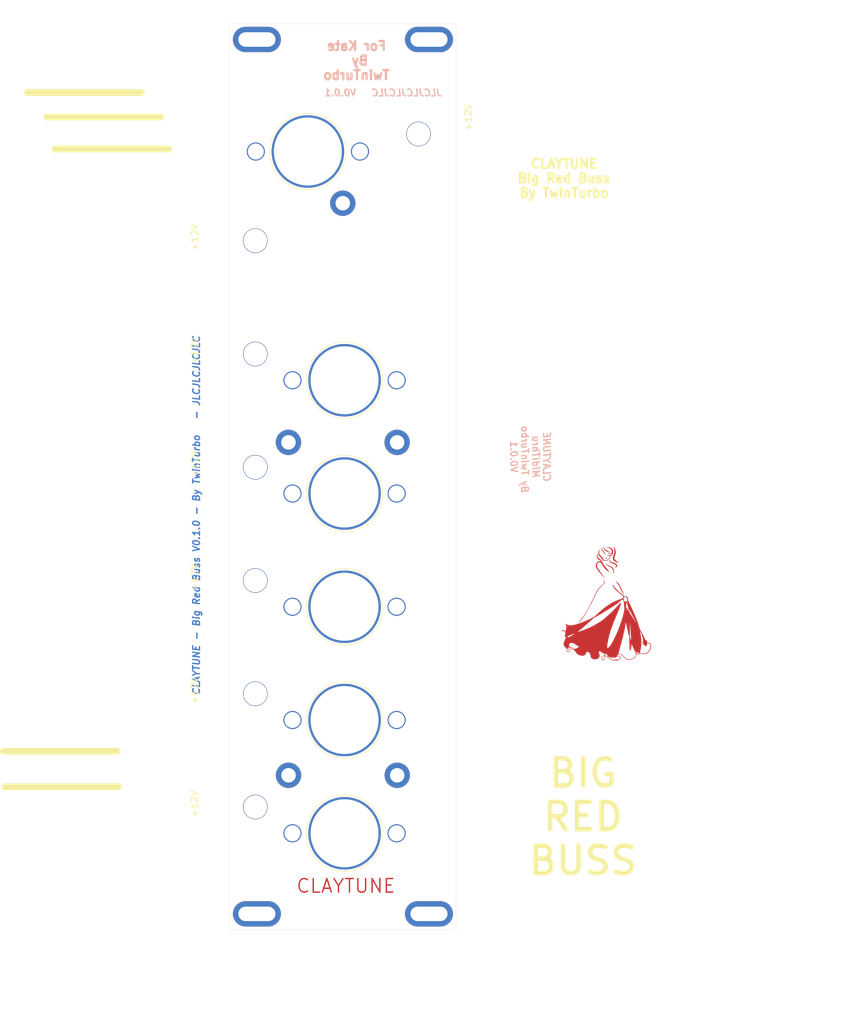
<source format=kicad_pcb>
(kicad_pcb (version 20171130) (host pcbnew "(5.1.7)-1")

  (general
    (thickness 1.6)
    (drawings 18)
    (tracks 0)
    (zones 0)
    (modules 24)
    (nets 2)
  )

  (page A4)
  (layers
    (0 F.Cu signal)
    (31 B.Cu signal)
    (32 B.Adhes user)
    (33 F.Adhes user)
    (34 B.Paste user)
    (35 F.Paste user)
    (36 B.SilkS user)
    (37 F.SilkS user)
    (38 B.Mask user)
    (39 F.Mask user)
    (40 Dwgs.User user)
    (41 Cmts.User user)
    (42 Eco1.User user)
    (43 Eco2.User user)
    (44 Edge.Cuts user)
    (45 Margin user)
    (46 B.CrtYd user)
    (47 F.CrtYd user)
    (48 B.Fab user)
    (49 F.Fab user)
  )

  (setup
    (last_trace_width 0.25)
    (trace_clearance 0.2)
    (zone_clearance 0.508)
    (zone_45_only no)
    (trace_min 0.2)
    (via_size 0.8)
    (via_drill 0.4)
    (via_min_size 0.4)
    (via_min_drill 0.3)
    (uvia_size 0.3)
    (uvia_drill 0.1)
    (uvias_allowed no)
    (uvia_min_size 0.2)
    (uvia_min_drill 0.1)
    (edge_width 0.05)
    (segment_width 0.2)
    (pcb_text_width 0.3)
    (pcb_text_size 1.5 1.5)
    (mod_edge_width 0.12)
    (mod_text_size 1 1)
    (mod_text_width 0.15)
    (pad_size 5.4 5.4)
    (pad_drill 5.2)
    (pad_to_mask_clearance 0.051)
    (solder_mask_min_width 0.25)
    (aux_axis_origin 0 0)
    (visible_elements 7FFFFFFF)
    (pcbplotparams
      (layerselection 0x010fc_ffffffff)
      (usegerberextensions false)
      (usegerberattributes false)
      (usegerberadvancedattributes false)
      (creategerberjobfile false)
      (excludeedgelayer true)
      (linewidth 0.100000)
      (plotframeref false)
      (viasonmask false)
      (mode 1)
      (useauxorigin false)
      (hpglpennumber 1)
      (hpglpenspeed 20)
      (hpglpendiameter 15.000000)
      (psnegative false)
      (psa4output false)
      (plotreference true)
      (plotvalue true)
      (plotinvisibletext false)
      (padsonsilk false)
      (subtractmaskfromsilk false)
      (outputformat 1)
      (mirror false)
      (drillshape 0)
      (scaleselection 1)
      (outputdirectory "PCB/"))
  )

  (net 0 "")
  (net 1 GND)

  (net_class Default "This is the default net class."
    (clearance 0.2)
    (trace_width 0.25)
    (via_dia 0.8)
    (via_drill 0.4)
    (uvia_dia 0.3)
    (uvia_drill 0.1)
    (add_net GND)
  )

  (module MountingHole:MountingHole_3.2mm_M3_DIN965_Pad (layer B.Cu) (tedit 602A6152) (tstamp 602B32E8)
    (at 171.35 121.38 270)
    (descr "Mounting Hole 3.2mm, M3, DIN965")
    (tags "mounting hole 3.2mm m3 din965")
    (path /5EDB4F9A)
    (attr virtual)
    (fp_text reference H1 (at -1.28 44.4 270) (layer B.SilkS) hide
      (effects (font (size 1 1) (thickness 0.15)) (justify mirror))
    )
    (fp_text value MountingHole_Pad (at 36.22 0.25) (layer B.Fab)
      (effects (font (size 1 1) (thickness 0.15)) (justify mirror))
    )
    (fp_text user %R (at 0.3 0 270) (layer B.Fab)
      (effects (font (size 1 1) (thickness 0.15)) (justify mirror))
    )
    (fp_circle (center 0 0) (end 3.05 0) (layer B.CrtYd) (width 0.05))
    (fp_circle (center 0 0) (end 2.8 0) (layer Cmts.User) (width 0.15))
    (pad 1 thru_hole circle (at 0 0 270) (size 5.6 5.6) (drill 3.2) (layers *.Cu *.Mask)
      (net 1 GND))
  )

  (module MountingHole:MountingHole_3.2mm_M3_DIN965_Pad (layer B.Cu) (tedit 602A616E) (tstamp 602B32C9)
    (at 171.33 47.89 270)
    (descr "Mounting Hole 3.2mm, M3, DIN965")
    (tags "mounting hole 3.2mm m3 din965")
    (path /5EDB4F9A)
    (attr virtual)
    (fp_text reference H2 (at -0.99 28.15 270) (layer B.SilkS) hide
      (effects (font (size 1 1) (thickness 0.15)) (justify mirror))
    )
    (fp_text value MountingHole_Pad (at -12.88 -30.53 270) (layer B.Fab)
      (effects (font (size 1 1) (thickness 0.15)) (justify mirror))
    )
    (fp_text user %R (at 0.3 0 270) (layer B.Fab)
      (effects (font (size 1 1) (thickness 0.15)) (justify mirror))
    )
    (fp_circle (center 0 0) (end 2.8 0) (layer Cmts.User) (width 0.15))
    (fp_circle (center 0 0) (end 3.05 0) (layer B.CrtYd) (width 0.05))
    (pad 1 thru_hole circle (at 0 0 270) (size 5.6 5.6) (drill 3.2) (layers *.Cu *.Mask)
      (net 1 GND))
  )

  (module AA-ROB-FULL:din_socket (layer F.Cu) (tedit 602A6D11) (tstamp 602B3295)
    (at 159.71 134.15)
    (fp_text reference REF** (at 0.21 7.23) (layer Dwgs.User)
      (effects (font (size 1 1) (thickness 0.15)))
    )
    (fp_text value din_socket (at 0.21 6.23) (layer F.Fab)
      (effects (font (size 1 1) (thickness 0.15)))
    )
    (fp_text user l (at 2.7 -2.3) (layer F.SilkS)
      (effects (font (size 1 1) (thickness 0.15)))
    )
    (fp_arc (start 0.01 9.02) (end -0.44 9.91) (angle -66.6) (layer Dwgs.User) (width 0.12))
    (fp_arc (start 0.01 -9.95) (end 0.47 -10.83) (angle -49.5) (layer Dwgs.User) (width 0.12))
    (fp_arc (start 15.51 0.02) (end 16.31 0.61) (angle -57.6) (layer Dwgs.User) (width 0.12))
    (fp_arc (start -15.49 0.03) (end -15.94 -0.68) (angle -94) (layer Dwgs.User) (width 0.12))
    (fp_circle (center 0.01 0.03) (end 7.118221 4.56) (layer F.SilkS) (width 0.12))
    (fp_line (start -16.15 0.54) (end -0.48 9.89) (layer Dwgs.User) (width 0.12))
    (fp_line (start -15.95 -0.67) (end -0.32 -10.88) (layer Dwgs.User) (width 0.12))
    (fp_line (start 0.42 -10.86) (end 16.43 -0.34) (layer Dwgs.User) (width 0.12))
    (fp_line (start 0.66 9.78) (end 16.31 0.61) (layer Dwgs.User) (width 0.12))
    (pad 3 thru_hole circle (at -11.49 0.03) (size 4 4) (drill 3.5) (layers *.Cu *.Mask))
    (pad 3 thru_hole circle (at 11.51 0.03) (size 4 4) (drill 3.5) (layers *.Cu *.Mask))
    (pad 1 thru_hole circle (at 0.01 0.03) (size 16 16) (drill 15) (layers *.Cu *.Mask))
  )

  (module AA-ROB-FULL:din_socket (layer F.Cu) (tedit 602A6D11) (tstamp 602B3264)
    (at 159.71 109.15)
    (fp_text reference REF** (at 0.21 7.23) (layer Dwgs.User)
      (effects (font (size 1 1) (thickness 0.15)))
    )
    (fp_text value din_socket (at 0.21 6.23) (layer F.Fab)
      (effects (font (size 1 1) (thickness 0.15)))
    )
    (fp_line (start 0.66 9.78) (end 16.31 0.61) (layer Dwgs.User) (width 0.12))
    (fp_line (start 0.42 -10.86) (end 16.43 -0.34) (layer Dwgs.User) (width 0.12))
    (fp_line (start -15.95 -0.67) (end -0.32 -10.88) (layer Dwgs.User) (width 0.12))
    (fp_line (start -16.15 0.54) (end -0.48 9.89) (layer Dwgs.User) (width 0.12))
    (fp_circle (center 0.01 0.03) (end 7.118221 4.56) (layer F.SilkS) (width 0.12))
    (fp_arc (start -15.49 0.03) (end -15.94 -0.68) (angle -94) (layer Dwgs.User) (width 0.12))
    (fp_arc (start 15.51 0.02) (end 16.31 0.61) (angle -57.6) (layer Dwgs.User) (width 0.12))
    (fp_arc (start 0.01 -9.95) (end 0.47 -10.83) (angle -49.5) (layer Dwgs.User) (width 0.12))
    (fp_arc (start 0.01 9.02) (end -0.44 9.91) (angle -66.6) (layer Dwgs.User) (width 0.12))
    (fp_text user l (at 2.7 -2.3) (layer F.SilkS)
      (effects (font (size 1 1) (thickness 0.15)))
    )
    (pad 1 thru_hole circle (at 0.01 0.03) (size 16 16) (drill 15) (layers *.Cu *.Mask))
    (pad 3 thru_hole circle (at 11.51 0.03) (size 4 4) (drill 3.5) (layers *.Cu *.Mask))
    (pad 3 thru_hole circle (at -11.49 0.03) (size 4 4) (drill 3.5) (layers *.Cu *.Mask))
  )

  (module AA-ROB-FULL:din_socket (layer F.Cu) (tedit 602A6D11) (tstamp 602B3233)
    (at 159.71 84.15)
    (fp_text reference REF** (at 0.21 7.23) (layer Dwgs.User)
      (effects (font (size 1 1) (thickness 0.15)))
    )
    (fp_text value din_socket (at 0.21 6.23) (layer F.Fab)
      (effects (font (size 1 1) (thickness 0.15)))
    )
    (fp_line (start 0.66 9.78) (end 16.31 0.61) (layer Dwgs.User) (width 0.12))
    (fp_line (start 0.42 -10.86) (end 16.43 -0.34) (layer Dwgs.User) (width 0.12))
    (fp_line (start -15.95 -0.67) (end -0.32 -10.88) (layer Dwgs.User) (width 0.12))
    (fp_line (start -16.15 0.54) (end -0.48 9.89) (layer Dwgs.User) (width 0.12))
    (fp_circle (center 0.01 0.03) (end 7.118221 4.56) (layer F.SilkS) (width 0.12))
    (fp_arc (start -15.49 0.03) (end -15.94 -0.68) (angle -94) (layer Dwgs.User) (width 0.12))
    (fp_arc (start 15.51 0.02) (end 16.31 0.61) (angle -57.6) (layer Dwgs.User) (width 0.12))
    (fp_arc (start 0.01 -9.95) (end 0.47 -10.83) (angle -49.5) (layer Dwgs.User) (width 0.12))
    (fp_arc (start 0.01 9.02) (end -0.44 9.91) (angle -66.6) (layer Dwgs.User) (width 0.12))
    (fp_text user l (at 2.7 -2.3) (layer F.SilkS)
      (effects (font (size 1 1) (thickness 0.15)))
    )
    (pad 1 thru_hole circle (at 0.01 0.03) (size 16 16) (drill 15) (layers *.Cu *.Mask))
    (pad 3 thru_hole circle (at 11.51 0.03) (size 4 4) (drill 3.5) (layers *.Cu *.Mask))
    (pad 3 thru_hole circle (at -11.49 0.03) (size 4 4) (drill 3.5) (layers *.Cu *.Mask))
  )

  (module AA-ROB-FULL:din_socket (layer F.Cu) (tedit 602A6D11) (tstamp 602B31B7)
    (at 159.71 59.15)
    (fp_text reference REF** (at 0.21 7.23) (layer Dwgs.User)
      (effects (font (size 1 1) (thickness 0.15)))
    )
    (fp_text value din_socket (at 0.21 6.23) (layer F.Fab)
      (effects (font (size 1 1) (thickness 0.15)))
    )
    (fp_text user l (at 2.7 -2.3) (layer F.SilkS)
      (effects (font (size 1 1) (thickness 0.15)))
    )
    (fp_arc (start 0.01 9.02) (end -0.44 9.91) (angle -66.6) (layer Dwgs.User) (width 0.12))
    (fp_arc (start 0.01 -9.95) (end 0.47 -10.83) (angle -49.5) (layer Dwgs.User) (width 0.12))
    (fp_arc (start 15.51 0.02) (end 16.31 0.61) (angle -57.6) (layer Dwgs.User) (width 0.12))
    (fp_arc (start -15.49 0.03) (end -15.94 -0.68) (angle -94) (layer Dwgs.User) (width 0.12))
    (fp_circle (center 0.01 0.03) (end 7.118221 4.56) (layer F.SilkS) (width 0.12))
    (fp_line (start -16.15 0.54) (end -0.48 9.89) (layer Dwgs.User) (width 0.12))
    (fp_line (start -15.95 -0.67) (end -0.32 -10.88) (layer Dwgs.User) (width 0.12))
    (fp_line (start 0.42 -10.86) (end 16.43 -0.34) (layer Dwgs.User) (width 0.12))
    (fp_line (start 0.66 9.78) (end 16.31 0.61) (layer Dwgs.User) (width 0.12))
    (pad 3 thru_hole circle (at -11.49 0.03) (size 4 4) (drill 3.5) (layers *.Cu *.Mask))
    (pad 3 thru_hole circle (at 11.51 0.03) (size 4 4) (drill 3.5) (layers *.Cu *.Mask))
    (pad 1 thru_hole circle (at 0.01 0.03) (size 16 16) (drill 15) (layers *.Cu *.Mask))
  )

  (module AA-ROB-FULL:din_socket (layer F.Cu) (tedit 602A6D11) (tstamp 602B3135)
    (at 159.71 34.15)
    (fp_text reference REF** (at 0.21 7.23) (layer Dwgs.User)
      (effects (font (size 1 1) (thickness 0.15)))
    )
    (fp_text value din_socket (at 0.21 6.23) (layer F.Fab)
      (effects (font (size 1 1) (thickness 0.15)))
    )
    (fp_line (start 0.66 9.78) (end 16.31 0.61) (layer Dwgs.User) (width 0.12))
    (fp_line (start 0.42 -10.86) (end 16.43 -0.34) (layer Dwgs.User) (width 0.12))
    (fp_line (start -15.95 -0.67) (end -0.32 -10.88) (layer Dwgs.User) (width 0.12))
    (fp_line (start -16.15 0.54) (end -0.48 9.89) (layer Dwgs.User) (width 0.12))
    (fp_circle (center 0.01 0.03) (end 7.118221 4.56) (layer F.SilkS) (width 0.12))
    (fp_arc (start -15.49 0.03) (end -15.94 -0.68) (angle -94) (layer Dwgs.User) (width 0.12))
    (fp_arc (start 15.51 0.02) (end 16.31 0.61) (angle -57.6) (layer Dwgs.User) (width 0.12))
    (fp_arc (start 0.01 -9.95) (end 0.47 -10.83) (angle -49.5) (layer Dwgs.User) (width 0.12))
    (fp_arc (start 0.01 9.02) (end -0.44 9.91) (angle -66.6) (layer Dwgs.User) (width 0.12))
    (fp_text user l (at 2.7 -2.3) (layer F.SilkS)
      (effects (font (size 1 1) (thickness 0.15)))
    )
    (pad 1 thru_hole circle (at 0.01 0.03) (size 16 16) (drill 15) (layers *.Cu *.Mask))
    (pad 3 thru_hole circle (at 11.51 0.03) (size 4 4) (drill 3.5) (layers *.Cu *.Mask))
    (pad 3 thru_hole circle (at -11.49 0.03) (size 4 4) (drill 3.5) (layers *.Cu *.Mask))
  )

  (module AA-ROB-FULL:din_socket (layer F.Cu) (tedit 602A6D11) (tstamp 602B311D)
    (at 151.61 -16.34)
    (fp_text reference REF** (at 0.21 7.23) (layer Dwgs.User)
      (effects (font (size 1 1) (thickness 0.15)))
    )
    (fp_text value din_socket (at 0.21 6.23) (layer F.Fab)
      (effects (font (size 1 1) (thickness 0.15)))
    )
    (fp_text user l (at 2.7 -2.3) (layer F.SilkS)
      (effects (font (size 1 1) (thickness 0.15)))
    )
    (fp_arc (start 0.01 9.02) (end -0.44 9.91) (angle -66.6) (layer Dwgs.User) (width 0.12))
    (fp_arc (start 0.01 -9.95) (end 0.47 -10.83) (angle -49.5) (layer Dwgs.User) (width 0.12))
    (fp_arc (start 15.51 0.02) (end 16.31 0.61) (angle -57.6) (layer Dwgs.User) (width 0.12))
    (fp_arc (start -15.49 0.03) (end -15.94 -0.68) (angle -94) (layer Dwgs.User) (width 0.12))
    (fp_circle (center 0.01 0.03) (end 7.118221 4.56) (layer F.SilkS) (width 0.12))
    (fp_line (start -16.15 0.54) (end -0.48 9.89) (layer Dwgs.User) (width 0.12))
    (fp_line (start -15.95 -0.67) (end -0.32 -10.88) (layer Dwgs.User) (width 0.12))
    (fp_line (start 0.42 -10.86) (end 16.43 -0.34) (layer Dwgs.User) (width 0.12))
    (fp_line (start 0.66 9.78) (end 16.31 0.61) (layer Dwgs.User) (width 0.12))
    (pad 3 thru_hole circle (at -11.49 0.03) (size 4 4) (drill 3.5) (layers *.Cu *.Mask))
    (pad 3 thru_hole circle (at 11.51 0.03) (size 4 4) (drill 3.5) (layers *.Cu *.Mask))
    (pad 1 thru_hole circle (at 0.01 0.03) (size 16 16) (drill 15) (layers *.Cu *.Mask))
  )

  (module AA-ROB-FULL:FP-LED_D5.0mm (layer F.Cu) (tedit 602A62FF) (tstamp 602B212D)
    (at 141.28 78.38 180)
    (descr "LED, diameter 5.0mm, 2 pins, http://cdn-reichelt.de/documents/datenblatt/A500/LL-504BC2E-009.pdf")
    (tags "LED diameter 5.0mm 2 pins")
    (fp_text reference +12V (at 14.65 0.67 90) (layer F.SilkS)
      (effects (font (size 1.5 1.5) (thickness 0.2)))
    )
    (fp_text value "LED +12" (at 13.61 7.92) (layer F.Fab)
      (effects (font (size 1 1) (thickness 0.15)))
    )
    (fp_line (start -1.95 -3.25) (end -1.95 3.25) (layer F.CrtYd) (width 0.05))
    (fp_line (start -1.95 3.25) (end 4.5 3.25) (layer F.CrtYd) (width 0.05))
    (fp_line (start 4.5 3.25) (end 4.5 -3.25) (layer F.CrtYd) (width 0.05))
    (fp_line (start 4.5 -3.25) (end -1.95 -3.25) (layer F.CrtYd) (width 0.05))
    (fp_text user %R (at 1.25 0) (layer F.Fab)
      (effects (font (size 0.8 0.8) (thickness 0.2)))
    )
    (pad 1 thru_hole circle (at 1.27 0 180) (size 5.4 5.4) (drill 5.2) (layers *.Cu *.Mask)
      (net 1 GND))
  )

  (module AA-ROB-FULL:FP-LED_D5.0mm (layer F.Cu) (tedit 602A6319) (tstamp 602B20C0)
    (at 141.28 128.38 180)
    (descr "LED, diameter 5.0mm, 2 pins, http://cdn-reichelt.de/documents/datenblatt/A500/LL-504BC2E-009.pdf")
    (tags "LED diameter 5.0mm 2 pins")
    (fp_text reference +12V (at 14.65 0.67 90) (layer F.SilkS)
      (effects (font (size 1.5 1.5) (thickness 0.2)))
    )
    (fp_text value "LED +12" (at 13.61 7.92) (layer F.Fab)
      (effects (font (size 1 1) (thickness 0.15)))
    )
    (fp_line (start -1.95 -3.25) (end -1.95 3.25) (layer F.CrtYd) (width 0.05))
    (fp_line (start -1.95 3.25) (end 4.5 3.25) (layer F.CrtYd) (width 0.05))
    (fp_line (start 4.5 3.25) (end 4.5 -3.25) (layer F.CrtYd) (width 0.05))
    (fp_line (start 4.5 -3.25) (end -1.95 -3.25) (layer F.CrtYd) (width 0.05))
    (fp_text user %R (at 1.25 0) (layer F.Fab)
      (effects (font (size 0.8 0.8) (thickness 0.2)))
    )
    (pad 1 thru_hole circle (at 1.27 0 180) (size 5.4 5.4) (drill 5.2) (layers *.Cu *.Mask)
      (net 1 GND))
  )

  (module AA-ROB-FULL:FP-LED_D5.0mm (layer F.Cu) (tedit 602A630A) (tstamp 602B20A1)
    (at 141.28 103.38 180)
    (descr "LED, diameter 5.0mm, 2 pins, http://cdn-reichelt.de/documents/datenblatt/A500/LL-504BC2E-009.pdf")
    (tags "LED diameter 5.0mm 2 pins")
    (fp_text reference +12V (at 14.65 0.67 90) (layer F.SilkS)
      (effects (font (size 1.5 1.5) (thickness 0.2)))
    )
    (fp_text value "LED +12" (at 13.61 7.92) (layer F.Fab)
      (effects (font (size 1 1) (thickness 0.15)))
    )
    (fp_text user %R (at 1.25 0) (layer F.Fab)
      (effects (font (size 0.8 0.8) (thickness 0.2)))
    )
    (fp_line (start 4.5 -3.25) (end -1.95 -3.25) (layer F.CrtYd) (width 0.05))
    (fp_line (start 4.5 3.25) (end 4.5 -3.25) (layer F.CrtYd) (width 0.05))
    (fp_line (start -1.95 3.25) (end 4.5 3.25) (layer F.CrtYd) (width 0.05))
    (fp_line (start -1.95 -3.25) (end -1.95 3.25) (layer F.CrtYd) (width 0.05))
    (pad 1 thru_hole circle (at 1.27 0 180) (size 5.4 5.4) (drill 5.2) (layers *.Cu *.Mask)
      (net 1 GND))
  )

  (module AA-ROB-FULL:FP-LED_D5.0mm (layer F.Cu) (tedit 602A62F3) (tstamp 602B2004)
    (at 141.28 53.38 180)
    (descr "LED, diameter 5.0mm, 2 pins, http://cdn-reichelt.de/documents/datenblatt/A500/LL-504BC2E-009.pdf")
    (tags "LED diameter 5.0mm 2 pins")
    (fp_text reference +12V (at 14.65 0.67 90) (layer F.SilkS)
      (effects (font (size 1.5 1.5) (thickness 0.2)))
    )
    (fp_text value "LED +12" (at 13.61 7.92) (layer F.Fab)
      (effects (font (size 1 1) (thickness 0.15)))
    )
    (fp_line (start -1.95 -3.25) (end -1.95 3.25) (layer F.CrtYd) (width 0.05))
    (fp_line (start -1.95 3.25) (end 4.5 3.25) (layer F.CrtYd) (width 0.05))
    (fp_line (start 4.5 3.25) (end 4.5 -3.25) (layer F.CrtYd) (width 0.05))
    (fp_line (start 4.5 -3.25) (end -1.95 -3.25) (layer F.CrtYd) (width 0.05))
    (fp_text user %R (at 1.25 0) (layer F.Fab)
      (effects (font (size 0.8 0.8) (thickness 0.2)))
    )
    (pad 1 thru_hole circle (at 1.27 0 180) (size 5.4 5.4) (drill 5.2) (layers *.Cu *.Mask)
      (net 1 GND))
  )

  (module AA-ROB-FULL:FP-LED_D5.0mm (layer F.Cu) (tedit 602A62E9) (tstamp 602B1FE6)
    (at 141.28 28.38 180)
    (descr "LED, diameter 5.0mm, 2 pins, http://cdn-reichelt.de/documents/datenblatt/A500/LL-504BC2E-009.pdf")
    (tags "LED diameter 5.0mm 2 pins")
    (fp_text reference +12V (at 14.65 0.67 90) (layer F.SilkS)
      (effects (font (size 1.5 1.5) (thickness 0.2)))
    )
    (fp_text value "LED +12" (at 13.61 7.92) (layer F.Fab)
      (effects (font (size 1 1) (thickness 0.15)))
    )
    (fp_text user %R (at 1.25 0) (layer F.Fab)
      (effects (font (size 0.8 0.8) (thickness 0.2)))
    )
    (fp_line (start 4.5 -3.25) (end -1.95 -3.25) (layer F.CrtYd) (width 0.05))
    (fp_line (start 4.5 3.25) (end 4.5 -3.25) (layer F.CrtYd) (width 0.05))
    (fp_line (start -1.95 3.25) (end 4.5 3.25) (layer F.CrtYd) (width 0.05))
    (fp_line (start -1.95 -3.25) (end -1.95 3.25) (layer F.CrtYd) (width 0.05))
    (pad 1 thru_hole circle (at 1.27 0 180) (size 5.4 5.4) (drill 5.2) (layers *.Cu *.Mask)
      (net 1 GND))
  )

  (module AA-ROB-FULL:FP-LED_D5.0mm (layer F.Cu) (tedit 5FE49722) (tstamp 602B1F06)
    (at 174.79 -20.18)
    (descr "LED, diameter 5.0mm, 2 pins, http://cdn-reichelt.de/documents/datenblatt/A500/LL-504BC2E-009.pdf")
    (tags "LED diameter 5.0mm 2 pins")
    (fp_text reference +12V (at 12.26 -3.66 -270) (layer F.SilkS)
      (effects (font (size 1.5 1.5) (thickness 0.2)))
    )
    (fp_text value "LED +12" (at 16.17 -6.32) (layer F.Fab)
      (effects (font (size 1 1) (thickness 0.15)))
    )
    (fp_text user %R (at 1.25 0) (layer F.Fab)
      (effects (font (size 0.8 0.8) (thickness 0.2)))
    )
    (fp_line (start 4.5 -3.25) (end -1.95 -3.25) (layer F.CrtYd) (width 0.05))
    (fp_line (start 4.5 3.25) (end 4.5 -3.25) (layer F.CrtYd) (width 0.05))
    (fp_line (start -1.95 3.25) (end 4.5 3.25) (layer F.CrtYd) (width 0.05))
    (fp_line (start -1.95 -3.25) (end -1.95 3.25) (layer F.CrtYd) (width 0.05))
    (pad 1 thru_hole circle (at 1.27 0) (size 5.4 5.4) (drill 5.2) (layers *.Cu *.Mask))
  )

  (module AA-ROB-FULL:FP-LED_D5.0mm (layer F.Cu) (tedit 602A62E0) (tstamp 602B1F50)
    (at 141.28 3.38 180)
    (descr "LED, diameter 5.0mm, 2 pins, http://cdn-reichelt.de/documents/datenblatt/A500/LL-504BC2E-009.pdf")
    (tags "LED diameter 5.0mm 2 pins")
    (fp_text reference +12V (at 14.65 0.67 90) (layer F.SilkS)
      (effects (font (size 1.5 1.5) (thickness 0.2)))
    )
    (fp_text value "LED +12" (at 13.61 7.92) (layer F.Fab)
      (effects (font (size 1 1) (thickness 0.15)))
    )
    (fp_line (start -1.95 -3.25) (end -1.95 3.25) (layer F.CrtYd) (width 0.05))
    (fp_line (start -1.95 3.25) (end 4.5 3.25) (layer F.CrtYd) (width 0.05))
    (fp_line (start 4.5 3.25) (end 4.5 -3.25) (layer F.CrtYd) (width 0.05))
    (fp_line (start 4.5 -3.25) (end -1.95 -3.25) (layer F.CrtYd) (width 0.05))
    (fp_text user %R (at 1.25 0) (layer F.Fab)
      (effects (font (size 0.8 0.8) (thickness 0.2)))
    )
    (pad 1 thru_hole circle (at 1.27 0 180) (size 5.4 5.4) (drill 5.2) (layers *.Cu *.Mask)
      (net 1 GND))
  )

  (module MountingHole:MountingHole_3.2mm_M3_DIN965_Pad (layer B.Cu) (tedit 602A6152) (tstamp 602CE751)
    (at 147.35 121.38 270)
    (descr "Mounting Hole 3.2mm, M3, DIN965")
    (tags "mounting hole 3.2mm m3 din965")
    (path /5EDB4F9A)
    (attr virtual)
    (fp_text reference H1 (at 0.11 29.09 270) (layer B.SilkS) hide
      (effects (font (size 1 1) (thickness 0.15)) (justify mirror))
    )
    (fp_text value MountingHole_Pad (at 36.22 0.25) (layer B.Fab)
      (effects (font (size 1 1) (thickness 0.15)) (justify mirror))
    )
    (fp_circle (center 0 0) (end 2.8 0) (layer Cmts.User) (width 0.15))
    (fp_circle (center 0 0) (end 3.05 0) (layer B.CrtYd) (width 0.05))
    (fp_text user %R (at 0.3 0 270) (layer B.Fab)
      (effects (font (size 1 1) (thickness 0.15)) (justify mirror))
    )
    (pad 1 thru_hole circle (at 0 0 270) (size 5.6 5.6) (drill 3.2) (layers *.Cu *.Mask)
      (net 1 GND))
  )

  (module MountingHole:MountingHole_3.2mm_M3_DIN965_Pad (layer B.Cu) (tedit 602A616E) (tstamp 602CE736)
    (at 147.33 47.89 270)
    (descr "Mounting Hole 3.2mm, M3, DIN965")
    (tags "mounting hole 3.2mm m3 din965")
    (path /5EDB4F9A)
    (attr virtual)
    (fp_text reference H2 (at -0.99 28.15 270) (layer B.SilkS) hide
      (effects (font (size 1 1) (thickness 0.15)) (justify mirror))
    )
    (fp_text value MountingHole_Pad (at -11.94 -38.98 270) (layer B.Fab)
      (effects (font (size 1 1) (thickness 0.15)) (justify mirror))
    )
    (fp_circle (center 0 0) (end 3.05 0) (layer B.CrtYd) (width 0.05))
    (fp_circle (center 0 0) (end 2.8 0) (layer Cmts.User) (width 0.15))
    (fp_text user %R (at 0.3 0 270) (layer B.Fab)
      (effects (font (size 1 1) (thickness 0.15)) (justify mirror))
    )
    (pad 1 thru_hole circle (at 0 0 270) (size 5.6 5.6) (drill 3.2) (layers *.Cu *.Mask)
      (net 1 GND))
  )

  (module MountingHole:MountingHole_3.2mm_M3_DIN965_Pad (layer B.Cu) (tedit 602A6178) (tstamp 602CDE58)
    (at 159.33 -4.9 270)
    (descr "Mounting Hole 3.2mm, M3, DIN965")
    (tags "mounting hole 3.2mm m3 din965")
    (path /5EDB4F9A)
    (attr virtual)
    (fp_text reference H2 (at -6.43 31.55 270) (layer B.SilkS) hide
      (effects (font (size 1 1) (thickness 0.15)) (justify mirror))
    )
    (fp_text value MountingHole_Pad (at -8.25 -26.3 270) (layer B.Fab)
      (effects (font (size 1 1) (thickness 0.15)) (justify mirror))
    )
    (fp_circle (center 0 0) (end 2.8 0) (layer Cmts.User) (width 0.15))
    (fp_circle (center 0 0) (end 3.05 0) (layer B.CrtYd) (width 0.05))
    (fp_text user %R (at 0.3 0 270) (layer B.Fab)
      (effects (font (size 1 1) (thickness 0.15)) (justify mirror))
    )
    (pad 1 thru_hole circle (at 0 0 270) (size 5.6 5.6) (drill 3.2) (layers *.Cu *.Mask)
      (net 1 GND))
  )

  (module MountingHole:MountingHole_3.2mm_M3_DIN965_Pad (layer F.Cu) (tedit 602A5E21) (tstamp 602A5F3D)
    (at 140.362 151.962)
    (descr "Mounting Hole 3.2mm, M3, DIN965")
    (tags "mounting hole 3.2mm m3 din965")
    (path /5EDB4F9A)
    (attr virtual)
    (fp_text reference H1 (at -10.812 -5.342) (layer F.SilkS) hide
      (effects (font (size 1 1) (thickness 0.15)))
    )
    (fp_text value MountingHole_Pad (at -12.184 -1.678) (layer F.Fab)
      (effects (font (size 1 1) (thickness 0.15)))
    )
    (fp_text user %R (at 0.3 0) (layer F.Fab)
      (effects (font (size 1 1) (thickness 0.15)))
    )
    (fp_circle (center 0 0) (end 3.05 0) (layer F.CrtYd) (width 0.05))
    (fp_circle (center 0 0) (end 2.8 0) (layer Cmts.User) (width 0.15))
    (pad 1 thru_hole oval (at 0 0) (size 10.6 5.6) (drill oval 8.2 3.2) (layers *.Cu *.Mask)
      (net 1 GND))
  )

  (module MountingHole:MountingHole_3.2mm_M3_DIN965_Pad (layer F.Cu) (tedit 602A5E21) (tstamp 602A5F11)
    (at 178.362 151.962)
    (descr "Mounting Hole 3.2mm, M3, DIN965")
    (tags "mounting hole 3.2mm m3 din965")
    (path /5EDB4F9A)
    (attr virtual)
    (fp_text reference H1 (at 11.398 -6.132) (layer F.SilkS) hide
      (effects (font (size 1 1) (thickness 0.15)))
    )
    (fp_text value MountingHole_Pad (at -19.422 4.698) (layer F.Fab)
      (effects (font (size 1 1) (thickness 0.15)))
    )
    (fp_circle (center 0 0) (end 2.8 0) (layer Cmts.User) (width 0.15))
    (fp_circle (center 0 0) (end 3.05 0) (layer F.CrtYd) (width 0.05))
    (fp_text user %R (at 0.3 0) (layer F.Fab)
      (effects (font (size 1 1) (thickness 0.15)))
    )
    (pad 1 thru_hole oval (at 0 0) (size 10.6 5.6) (drill oval 8.2 3.2) (layers *.Cu *.Mask)
      (net 1 GND))
  )

  (module MountingHole:MountingHole_3.2mm_M3_DIN965_Pad (layer F.Cu) (tedit 602A5E21) (tstamp 602A5E8E)
    (at 178.362 -41.038)
    (descr "Mounting Hole 3.2mm, M3, DIN965")
    (tags "mounting hole 3.2mm m3 din965")
    (path /5EDB4F9A)
    (attr virtual)
    (fp_text reference H1 (at 0.1908 -4.7836) (layer F.SilkS) hide
      (effects (font (size 1 1) (thickness 0.15)))
    )
    (fp_text value MountingHole_Pad (at -6.182 -7.872) (layer F.Fab)
      (effects (font (size 1 1) (thickness 0.15)))
    )
    (fp_text user %R (at 0.3 0) (layer F.Fab)
      (effects (font (size 1 1) (thickness 0.15)))
    )
    (fp_circle (center 0 0) (end 3.05 0) (layer F.CrtYd) (width 0.05))
    (fp_circle (center 0 0) (end 2.8 0) (layer Cmts.User) (width 0.15))
    (pad 1 thru_hole oval (at 0 0) (size 10.6 5.6) (drill oval 8.2 3.2) (layers *.Cu *.Mask)
      (net 1 GND))
  )

  (module MountingHole:MountingHole_3.2mm_M3_DIN965_Pad (layer F.Cu) (tedit 602A5E21) (tstamp 5FE6F7EA)
    (at 140.362 -41.038)
    (descr "Mounting Hole 3.2mm, M3, DIN965")
    (tags "mounting hole 3.2mm m3 din965")
    (path /5EDB4F9A)
    (attr virtual)
    (fp_text reference H1 (at 0.1908 -4.7836) (layer F.SilkS) hide
      (effects (font (size 1 1) (thickness 0.15)))
    )
    (fp_text value MountingHole_Pad (at -16.192 -1.982) (layer F.Fab)
      (effects (font (size 1 1) (thickness 0.15)))
    )
    (fp_circle (center 0 0) (end 2.8 0) (layer Cmts.User) (width 0.15))
    (fp_circle (center 0 0) (end 3.05 0) (layer F.CrtYd) (width 0.05))
    (fp_text user %R (at 0.3 0) (layer F.Fab)
      (effects (font (size 1 1) (thickness 0.15)))
    )
    (pad 1 thru_hole oval (at 0 0) (size 10.6 5.6) (drill oval 8.2 3.2) (layers *.Cu *.Mask)
      (net 1 GND))
  )

  (module ROBSLIBRARY:shoebw-cu (layer F.Cu) (tedit 0) (tstamp 5EC9B99B)
    (at 243.66 100.62)
    (fp_text reference G*** (at 0 0) (layer F.SilkS) hide
      (effects (font (size 1.524 1.524) (thickness 0.3)))
    )
    (fp_text value LOGO (at 0.75 0) (layer F.SilkS) hide
      (effects (font (size 1.524 1.524) (thickness 0.3)))
    )
    (fp_poly (pts (xy -3.540394 -5.16274) (xy -3.466677 -5.098403) (xy -3.46049 -5.082836) (xy -3.493336 -5.05439)
      (xy -3.561719 -5.118131) (xy -3.570914 -5.132219) (xy -3.579071 -5.179579) (xy -3.540394 -5.16274)) (layer B.Mask) (width 0.01))
    (fp_poly (pts (xy -3.317324 -4.859665) (xy -3.216177 -4.71647) (xy -3.084029 -4.513566) (xy -3.063768 -4.481335)
      (xy -2.894274 -4.20991) (xy -2.786626 -4.034687) (xy -2.729024 -3.934663) (xy -2.709668 -3.888838)
      (xy -2.716757 -3.876212) (xy -2.723499 -3.875749) (xy -2.773139 -3.929981) (xy -2.874286 -4.073175)
      (xy -3.006434 -4.27608) (xy -3.026695 -4.308311) (xy -3.196189 -4.579735) (xy -3.303837 -4.754959)
      (xy -3.361439 -4.854983) (xy -3.380795 -4.900807) (xy -3.373706 -4.913434) (xy -3.366964 -4.913896)
      (xy -3.317324 -4.859665)) (layer B.Mask) (width 0.01))
    (fp_poly (pts (xy -2.629973 -3.771935) (xy -2.664578 -3.73733) (xy -2.699182 -3.771935) (xy -2.664578 -3.806539)
      (xy -2.629973 -3.771935)) (layer B.Mask) (width 0.01))
    (fp_poly (pts (xy -2.560763 -3.633515) (xy -2.595368 -3.59891) (xy -2.629973 -3.633515) (xy -2.595368 -3.66812)
      (xy -2.560763 -3.633515)) (layer B.Mask) (width 0.01))
    (fp_poly (pts (xy -2.491553 -3.495095) (xy -2.526158 -3.46049) (xy -2.560763 -3.495095) (xy -2.526158 -3.5297)
      (xy -2.491553 -3.495095)) (layer B.Mask) (width 0.01))
    (fp_poly (pts (xy -2.422343 -3.356676) (xy -2.456948 -3.322071) (xy -2.491553 -3.356676) (xy -2.456948 -3.391281)
      (xy -2.422343 -3.356676)) (layer B.Mask) (width 0.01))
    (fp_poly (pts (xy -2.353133 -3.218256) (xy -2.387738 -3.183651) (xy -2.422343 -3.218256) (xy -2.387738 -3.252861)
      (xy -2.353133 -3.218256)) (layer B.Mask) (width 0.01))
    (fp_poly (pts (xy -2.076294 -2.595368) (xy -2.110899 -2.560763) (xy -2.145504 -2.595368) (xy -2.110899 -2.629973)
      (xy -2.076294 -2.595368)) (layer B.Mask) (width 0.01))
    (fp_poly (pts (xy -2.007084 -2.456948) (xy -2.041689 -2.422343) (xy -2.076294 -2.456948) (xy -2.041689 -2.491553)
      (xy -2.007084 -2.456948)) (layer B.Mask) (width 0.01))
    (fp_poly (pts (xy -1.960944 -2.330063) (xy -1.952661 -2.247928) (xy -1.960944 -2.237784) (xy -2.00209 -2.247284)
      (xy -2.007084 -2.283924) (xy -1.981762 -2.340891) (xy -1.960944 -2.330063)) (layer B.Mask) (width 0.01))
    (fp_poly (pts (xy -1.868665 -2.110899) (xy -1.90327 -2.076294) (xy -1.937875 -2.110899) (xy -1.90327 -2.145504)
      (xy -1.868665 -2.110899)) (layer B.Mask) (width 0.01))
    (fp_poly (pts (xy -1.799455 -1.972479) (xy -1.83406 -1.937875) (xy -1.868665 -1.972479) (xy -1.83406 -2.007084)
      (xy -1.799455 -1.972479)) (layer B.Mask) (width 0.01))
    (fp_poly (pts (xy -1.753315 -1.845595) (xy -1.745032 -1.763459) (xy -1.753315 -1.753315) (xy -1.79446 -1.762815)
      (xy -1.799455 -1.799455) (xy -1.774132 -1.856422) (xy -1.753315 -1.845595)) (layer B.Mask) (width 0.01))
    (fp_poly (pts (xy -1.661035 -1.62643) (xy -1.69564 -1.591826) (xy -1.730245 -1.62643) (xy -1.69564 -1.661035)
      (xy -1.661035 -1.62643)) (layer B.Mask) (width 0.01))
    (fp_poly (pts (xy -1.591826 -1.488011) (xy -1.62643 -1.453406) (xy -1.661035 -1.488011) (xy -1.62643 -1.522616)
      (xy -1.591826 -1.488011)) (layer B.Mask) (width 0.01))
    (fp_poly (pts (xy -1.384196 -0.934332) (xy -1.418801 -0.899727) (xy -1.453406 -0.934332) (xy -1.418801 -0.968937)
      (xy -1.384196 -0.934332)) (layer B.Mask) (width 0.01))
    (fp_poly (pts (xy 0.622888 2.802997) (xy 0.588283 2.837602) (xy 0.553679 2.802997) (xy 0.588283 2.768392)
      (xy 0.622888 2.802997)) (layer B.Mask) (width 0.01))
    (fp_poly (pts (xy 2.117409 2.855369) (xy 2.126658 2.856303) (xy 2.192148 2.869136) (xy 2.132853 2.878871)
      (xy 1.9624 2.883813) (xy 1.90327 2.884102) (xy 1.701233 2.881052) (xy 1.601286 2.872468)
      (xy 1.61973 2.86005) (xy 1.642189 2.856861) (xy 1.871058 2.845242) (xy 2.117409 2.855369)) (layer B.Mask) (width 0.01))
    (fp_poly (pts (xy -4.048868 -5.758385) (xy -3.885552 -5.602762) (xy -3.736878 -5.43297) (xy -3.564808 -5.225341)
      (xy -3.800193 -5.43297) (xy -3.919397 -5.536147) (xy -3.980611 -5.577505) (xy -3.980669 -5.544165)
      (xy -3.916405 -5.42325) (xy -3.784655 -5.201882) (xy -3.715132 -5.086921) (xy -3.490444 -4.691479)
      (xy -3.277793 -4.263574) (xy -3.072795 -3.790173) (xy -2.871066 -3.258246) (xy -2.668223 -2.654762)
      (xy -2.459881 -1.966691) (xy -2.241656 -1.181002) (xy -2.009164 -0.284664) (xy -1.762227 0.717926)
      (xy -1.580651 1.420192) (xy -1.402915 2.008032) (xy -1.231265 2.475149) (xy -1.067946 2.815247)
      (xy -0.956005 2.978838) (xy -0.847393 3.083548) (xy -0.677733 3.225158) (xy -0.593671 3.290282)
      (xy -0.450702 3.390538) (xy -0.321305 3.450772) (xy -0.164015 3.480449) (xy 0.062632 3.489032)
      (xy 0.271452 3.487724) (xy 0.585711 3.475305) (xy 0.859155 3.439902) (xy 1.143927 3.371183)
      (xy 1.492168 3.258812) (xy 1.577918 3.228816) (xy 1.898043 3.11857) (xy 2.116672 3.052792)
      (xy 2.261589 3.026487) (xy 2.360579 3.034665) (xy 2.441427 3.07233) (xy 2.443041 3.073344)
      (xy 2.587426 3.143705) (xy 2.813277 3.232161) (xy 3.045232 3.310951) (xy 3.719808 3.524943)
      (xy 4.273766 3.706) (xy 4.719286 3.860234) (xy 5.068548 3.993757) (xy 5.333731 4.112684)
      (xy 5.527014 4.223127) (xy 5.660578 4.331199) (xy 5.746603 4.443013) (xy 5.797267 4.564682)
      (xy 5.82475 4.702319) (xy 5.825279 4.706267) (xy 5.823969 4.809277) (xy 5.767151 4.882745)
      (xy 5.62562 4.951221) (xy 5.467575 5.006963) (xy 5.271026 5.061209) (xy 4.969676 5.129976)
      (xy 4.595515 5.20662) (xy 4.180534 5.284497) (xy 3.880668 5.336558) (xy 3.488849 5.403664)
      (xy 3.146322 5.465211) (xy 2.875673 5.516904) (xy 2.699488 5.554452) (xy 2.640659 5.572239)
      (xy 2.679224 5.593441) (xy 2.816673 5.605172) (xy 2.874514 5.605995) (xy 3.036718 5.619246)
      (xy 3.08572 5.655073) (xy 3.076376 5.668529) (xy 2.992304 5.68647) (xy 2.792282 5.704493)
      (xy 2.498778 5.721995) (xy 2.13426 5.738371) (xy 1.721195 5.753015) (xy 1.282051 5.765322)
      (xy 0.839297 5.774688) (xy 0.415401 5.780509) (xy 0.032829 5.782179) (xy -0.28595 5.779093)
      (xy -0.518468 5.770647) (xy -0.570981 5.766713) (xy -0.76261 5.738533) (xy -0.881094 5.700384)
      (xy -0.899727 5.679809) (xy -0.956812 5.616935) (xy -1.095348 5.541843) (xy -1.10661 5.537094)
      (xy -1.328914 5.395547) (xy -1.566894 5.165249) (xy -1.784871 4.885987) (xy -1.945271 4.601851)
      (xy -1.998891 4.452085) (xy -2.079061 4.190723) (xy -2.179341 3.840599) (xy -2.293289 3.424548)
      (xy -2.414468 2.965405) (xy -2.490985 2.666821) (xy -2.636816 2.100986) (xy -2.760387 1.647372)
      (xy -2.869153 1.283008) (xy -2.970573 0.984924) (xy -3.072101 0.730148) (xy -3.181196 0.495709)
      (xy -3.221651 0.415944) (xy -3.461384 0.005583) (xy -3.71896 -0.342095) (xy -3.980756 -0.616283)
      (xy -4.233147 -0.806173) (xy -4.46251 -0.900959) (xy -4.655221 -0.889834) (xy -4.765113 -0.8084)
      (xy -4.783416 -0.720908) (xy -4.802934 -0.51189) (xy -4.823121 -0.198225) (xy -4.843432 0.203205)
      (xy -4.863319 0.675519) (xy -4.882237 1.201835) (xy -4.899638 1.765272) (xy -4.914978 2.34895)
      (xy -4.927708 2.935988) (xy -4.937284 3.509503) (xy -4.943158 4.052615) (xy -4.944784 4.548443)
      (xy -4.944159 4.72357) (xy -4.943756 5.051967) (xy -4.95015 5.266225) (xy -4.967853 5.390602)
      (xy -5.00138 5.449361) (xy -5.055243 5.466761) (xy -5.082579 5.467575) (xy -5.11984 5.464765)
      (xy -5.14999 5.447487) (xy -5.173794 5.40247) (xy -5.192018 5.31644) (xy -5.205427 5.176127)
      (xy -5.214786 4.968258) (xy -5.220859 4.679562) (xy -5.224413 4.296766) (xy -5.226211 3.806599)
      (xy -5.22702 3.195788) (xy -5.227205 2.958719) (xy -5.233711 2.027148) (xy -5.251344 1.157127)
      (xy -5.279413 0.360213) (xy -5.31723 -0.352041) (xy -5.364103 -0.968082) (xy -5.419342 -1.476354)
      (xy -5.482257 -1.865305) (xy -5.526196 -2.046154) (xy -5.566031 -2.338992) (xy -5.550119 -2.722066)
      (xy -5.485472 -3.162238) (xy -5.379103 -3.62637) (xy -5.370774 -3.653231) (xy -4.417292 -3.653231)
      (xy -4.417256 -3.455605) (xy -4.305661 -3.269751) (xy -4.093198 -3.120834) (xy -3.970561 -3.073511)
      (xy -3.707123 -3.001196) (xy -3.5601 -2.982938) (xy -3.5297 -3.002681) (xy -3.56963 -3.137221)
      (xy -3.67217 -3.333406) (xy -3.81144 -3.546434) (xy -3.931726 -3.698668) (xy -4.070562 -3.849743)
      (xy -4.157379 -3.909328) (xy -4.229482 -3.891673) (xy -4.295078 -3.837461) (xy -4.417292 -3.653231)
      (xy -5.370774 -3.653231) (xy -5.238027 -4.081326) (xy -5.069255 -4.493967) (xy -4.96605 -4.692832)
      (xy -4.848929 -4.883299) (xy -4.69784 -5.109664) (xy -4.533366 -5.34357) (xy -4.376093 -5.556658)
      (xy -4.246605 -5.720572) (xy -4.165486 -5.806953) (xy -4.152468 -5.813624) (xy -4.048868 -5.758385)) (layer B.Mask) (width 0.01))
  )

  (module ROBSLIBRARY:GFX1FC (layer F.Cu) (tedit 0) (tstamp 5EC91871)
    (at 217.58 82.95)
    (fp_text reference G*** (at -25.43 -2.4) (layer F.SilkS) hide
      (effects (font (size 1.524 1.524) (thickness 0.3)))
    )
    (fp_text value LOGO (at -17.46 -1.1) (layer F.SilkS) hide
      (effects (font (size 1.524 1.524) (thickness 0.3)))
    )
    (fp_poly (pts (xy 1.411526 -3.663938) (xy 1.446125 -3.60742) (xy 1.489177 -3.527163) (xy 1.5001 -3.505457)
      (xy 1.565995 -3.388445) (xy 1.657432 -3.247325) (xy 1.765098 -3.095015) (xy 1.879674 -2.944429)
      (xy 1.991847 -2.808484) (xy 2.047919 -2.745946) (xy 2.124257 -2.662446) (xy 2.202454 -2.574599)
      (xy 2.240437 -2.530798) (xy 2.322617 -2.441352) (xy 2.429521 -2.334476) (xy 2.54618 -2.224528)
      (xy 2.657629 -2.125866) (xy 2.695095 -2.094649) (xy 2.751527 -2.048089) (xy 2.78974 -2.015494)
      (xy 2.796796 -2.00896) (xy 2.83933 -1.971166) (xy 2.913167 -1.911633) (xy 3.008148 -1.838061)
      (xy 3.114111 -1.758147) (xy 3.220899 -1.679593) (xy 3.318349 -1.610096) (xy 3.368869 -1.57544)
      (xy 3.555944 -1.444727) (xy 3.700762 -1.330494) (xy 3.807182 -1.227803) (xy 3.879065 -1.131716)
      (xy 3.920273 -1.037295) (xy 3.934667 -0.939599) (xy 3.929772 -0.858013) (xy 3.909399 -0.77354)
      (xy 3.871748 -0.669736) (xy 3.824578 -0.564115) (xy 3.775645 -0.474195) (xy 3.736138 -0.42079)
      (xy 3.713857 -0.366651) (xy 3.721587 -0.295504) (xy 3.749441 -0.240044) (xy 3.77925 -0.175397)
      (xy 3.787579 -0.124711) (xy 3.810335 -0.046348) (xy 3.873661 0.004616) (xy 3.973496 0.02515)
      (xy 3.9887 0.025426) (xy 4.078548 0.035415) (xy 4.161838 0.060021) (xy 4.173954 0.065728)
      (xy 4.238353 0.090131) (xy 4.277185 0.08059) (xy 4.279478 0.07844) (xy 4.326165 0.054512)
      (xy 4.383558 0.050683) (xy 4.431369 0.065179) (xy 4.449449 0.093318) (xy 4.459634 0.138965)
      (xy 4.485972 0.209842) (xy 4.522139 0.292597) (xy 4.56181 0.373878) (xy 4.59866 0.440332)
      (xy 4.626365 0.478609) (xy 4.634077 0.483084) (xy 4.646709 0.461273) (xy 4.642425 0.405365)
      (xy 4.641439 0.400451) (xy 4.628201 0.326377) (xy 4.613682 0.230023) (xy 4.606772 0.177978)
      (xy 4.594573 0.097874) (xy 4.579563 0.056933) (xy 4.555291 0.043598) (xy 4.532082 0.044195)
      (xy 4.487453 0.032551) (xy 4.473059 -0.001002) (xy 4.497357 -0.036313) (xy 4.4981 -0.036778)
      (xy 4.522206 -0.066669) (xy 4.556786 -0.12604) (xy 4.574326 -0.160617) (xy 4.602629 -0.222335)
      (xy 4.614179 -0.268409) (xy 4.609299 -0.318193) (xy 4.58831 -0.391039) (xy 4.578661 -0.421087)
      (xy 4.549565 -0.515097) (xy 4.52513 -0.600567) (xy 4.513848 -0.645242) (xy 4.488813 -0.699361)
      (xy 4.437881 -0.773807) (xy 4.371562 -0.853403) (xy 4.364212 -0.861358) (xy 4.248108 -0.988545)
      (xy 4.166447 -1.084995) (xy 4.116318 -1.154471) (xy 4.094808 -1.200739) (xy 4.093493 -1.211371)
      (xy 4.109506 -1.237893) (xy 4.154466 -1.228563) (xy 4.223752 -1.185729) (xy 4.312745 -1.111737)
      (xy 4.340328 -1.085982) (xy 4.419006 -1.014601) (xy 4.495069 -0.951711) (xy 4.549887 -0.912366)
      (xy 4.610573 -0.857584) (xy 4.661104 -0.782897) (xy 4.667141 -0.769898) (xy 4.714637 -0.64057)
      (xy 4.750295 -0.50756) (xy 4.772573 -0.381678) (xy 4.77993 -0.273735) (xy 4.770825 -0.194541)
      (xy 4.75381 -0.161978) (xy 4.743151 -0.127704) (xy 4.762068 -0.070487) (xy 4.812862 0.015303)
      (xy 4.846162 0.063922) (xy 4.873665 0.110244) (xy 4.918856 0.194672) (xy 4.977803 0.309287)
      (xy 5.046573 0.446172) (xy 5.121232 0.597406) (xy 5.197847 0.755071) (xy 5.272485 0.911248)
      (xy 5.341212 1.05802) (xy 5.357458 1.093294) (xy 5.402307 1.190469) (xy 5.456599 1.307284)
      (xy 5.505144 1.411112) (xy 5.551721 1.51131) (xy 5.59502 1.606087) (xy 5.626007 1.675665)
      (xy 5.62705 1.678079) (xy 5.656956 1.7462) (xy 5.69906 1.840601) (xy 5.744447 1.9413)
      (xy 5.746146 1.945045) (xy 5.791573 2.045603) (xy 5.834195 2.140631) (xy 5.865046 2.210136)
      (xy 5.865869 2.212012) (xy 5.898852 2.286227) (xy 5.94147 2.380787) (xy 5.968796 2.440841)
      (xy 6.041927 2.60427) (xy 6.100007 2.742502) (xy 6.121561 2.796797) (xy 6.145193 2.853444)
      (xy 6.181579 2.936548) (xy 6.215946 3.012913) (xy 6.25535 3.100278) (xy 6.288366 3.175185)
      (xy 6.305752 3.216317) (xy 6.324793 3.264464) (xy 6.355957 3.343553) (xy 6.392783 3.437193)
      (xy 6.395908 3.445146) (xy 6.44081 3.556527) (xy 6.488734 3.670922) (xy 6.525508 3.755033)
      (xy 6.558432 3.83379) (xy 6.580106 3.897108) (xy 6.585185 3.922748) (xy 6.596798 3.972057)
      (xy 6.62754 4.050444) (xy 6.671266 4.142865) (xy 6.688522 4.175782) (xy 6.709291 4.239856)
      (xy 6.712312 4.269626) (xy 6.72391 4.318443) (xy 6.737737 4.335035) (xy 6.759403 4.371043)
      (xy 6.763163 4.398039) (xy 6.774252 4.451958) (xy 6.801372 4.521345) (xy 6.805603 4.530022)
      (xy 6.849412 4.618461) (xy 6.874849 4.673872) (xy 6.886814 4.70844) (xy 6.890207 4.734351)
      (xy 6.89029 4.740635) (xy 6.899854 4.78857) (xy 6.923164 4.855035) (xy 6.925984 4.86175)
      (xy 6.955681 4.940925) (xy 6.985499 5.034839) (xy 6.992446 5.05966) (xy 7.015417 5.140827)
      (xy 7.036439 5.208317) (xy 7.042267 5.224925) (xy 7.090495 5.363459) (xy 7.125086 5.483205)
      (xy 7.142923 5.572798) (xy 7.14467 5.59845) (xy 7.153112 5.654757) (xy 7.16997 5.682583)
      (xy 7.188266 5.716943) (xy 7.195395 5.773298) (xy 7.206893 5.819334) (xy 7.239854 5.905109)
      (xy 7.291974 6.025405) (xy 7.360954 6.175006) (xy 7.44449 6.348692) (xy 7.489147 6.439215)
      (xy 7.581869 6.625575) (xy 7.655304 6.772599) (xy 7.712716 6.886529) (xy 7.757371 6.973605)
      (xy 7.792532 7.040068) (xy 7.821464 7.092159) (xy 7.847432 7.13612) (xy 7.8737 7.17819)
      (xy 7.884637 7.195287) (xy 7.918277 7.250852) (xy 7.965275 7.332337) (xy 8.009585 7.411512)
      (xy 8.064982 7.511935) (xy 8.121586 7.614358) (xy 8.157094 7.678479) (xy 8.194852 7.746964)
      (xy 8.223205 7.800386) (xy 8.250145 7.854784) (xy 8.283664 7.926196) (xy 8.321809 8.009009)
      (xy 8.363332 8.105745) (xy 8.400154 8.202204) (xy 8.416122 8.250551) (xy 8.459595 8.379759)
      (xy 8.503406 8.466857) (xy 8.553365 8.520294) (xy 8.615282 8.548514) (xy 8.62228 8.550257)
      (xy 8.722872 8.59777) (xy 8.813923 8.684104) (xy 8.887389 8.797249) (xy 8.935231 8.925197)
      (xy 8.949749 9.039254) (xy 8.949749 9.127728) (xy 9.116478 9.127728) (xy 9.276849 9.145939)
      (xy 9.423563 9.203549) (xy 9.566612 9.305024) (xy 9.617603 9.351672) (xy 9.697197 9.437208)
      (xy 9.752689 9.522501) (xy 9.78803 9.619431) (xy 9.807172 9.739874) (xy 9.814066 9.895708)
      (xy 9.81434 9.943013) (xy 9.811049 10.105137) (xy 9.798839 10.235589) (xy 9.774435 10.353234)
      (xy 9.734569 10.476937) (xy 9.711013 10.538839) (xy 9.690639 10.592636) (xy 9.661851 10.670815)
      (xy 9.647469 10.710461) (xy 9.618615 10.779455) (xy 9.59271 10.823172) (xy 9.581931 10.831232)
      (xy 9.56407 10.852557) (xy 9.55996 10.882083) (xy 9.551007 10.923423) (xy 9.538615 10.932933)
      (xy 9.513593 10.953451) (xy 9.488331 10.996451) (xy 9.432325 11.084756) (xy 9.344546 11.18303)
      (xy 9.23486 11.283815) (xy 9.113132 11.379657) (xy 8.989227 11.463099) (xy 8.87301 11.526686)
      (xy 8.774347 11.562961) (xy 8.731347 11.568569) (xy 8.679929 11.577229) (xy 8.659323 11.590814)
      (xy 8.629392 11.604771) (xy 8.561915 11.622288) (xy 8.46975 11.64019) (xy 8.439113 11.645176)
      (xy 8.354602 11.656943) (xy 8.276496 11.663675) (xy 8.193907 11.665152) (xy 8.095949 11.66115)
      (xy 7.971737 11.651448) (xy 7.810383 11.635824) (xy 7.767931 11.631478) (xy 7.705563 11.621935)
      (xy 7.624392 11.603152) (xy 7.513658 11.572423) (xy 7.409706 11.541421) (xy 7.329271 11.521229)
      (xy 7.286251 11.523139) (xy 7.271894 11.547935) (xy 7.271671 11.553796) (xy 7.252281 11.624572)
      (xy 7.204429 11.696055) (xy 7.143595 11.748097) (xy 7.112762 11.760618) (xy 7.026572 11.770117)
      (xy 6.944008 11.755792) (xy 6.856276 11.713471) (xy 6.75458 11.638985) (xy 6.637979 11.535527)
      (xy 6.57727 11.48041) (xy 6.546159 11.458307) (xy 6.538245 11.466312) (xy 6.544518 11.493113)
      (xy 6.580719 11.694965) (xy 6.566542 11.893385) (xy 6.50242 12.086948) (xy 6.388786 12.27423)
      (xy 6.263524 12.417572) (xy 6.086945 12.570338) (xy 5.890423 12.699426) (xy 5.689449 12.795358)
      (xy 5.593593 12.827515) (xy 5.488425 12.858056) (xy 5.380387 12.890541) (xy 5.335927 12.904345)
      (xy 5.196199 12.932182) (xy 5.028697 12.940706) (xy 4.850465 12.931241) (xy 4.678546 12.905108)
      (xy 4.529984 12.86363) (xy 4.468863 12.837077) (xy 4.41837 12.817792) (xy 4.39759 12.814415)
      (xy 4.362228 12.799048) (xy 4.297909 12.757793) (xy 4.214233 12.697921) (xy 4.120796 12.626703)
      (xy 4.027196 12.551409) (xy 3.943029 12.47931) (xy 3.89009 12.429955) (xy 3.821131 12.359275)
      (xy 3.733628 12.265873) (xy 3.642261 12.165524) (xy 3.604172 12.12273) (xy 3.453457 11.97218)
      (xy 3.294804 11.850164) (xy 3.138736 11.764196) (xy 3.063763 11.736724) (xy 3.002208 11.7247)
      (xy 2.908039 11.713203) (xy 2.799466 11.704365) (xy 2.776277 11.703033) (xy 2.649391 11.700305)
      (xy 2.564992 11.709841) (xy 2.515619 11.734354) (xy 2.493812 11.77656) (xy 2.490883 11.806867)
      (xy 2.475005 11.870522) (xy 2.452745 11.910315) (xy 2.423102 11.966073) (xy 2.415415 12.00172)
      (xy 2.397724 12.049546) (xy 2.364564 12.08979) (xy 2.326463 12.134243) (xy 2.313713 12.16518)
      (xy 2.29456 12.20666) (xy 2.245886 12.263274) (xy 2.180869 12.322542) (xy 2.11269 12.371985)
      (xy 2.073398 12.392745) (xy 1.996416 12.412651) (xy 1.87874 12.427802) (xy 1.730304 12.438187)
      (xy 1.561043 12.443792) (xy 1.380892 12.444608) (xy 1.199784 12.440622) (xy 1.027656 12.431821)
      (xy 0.874441 12.418194) (xy 0.750074 12.39973) (xy 0.724624 12.39435) (xy 0.545643 12.328129)
      (xy 0.390689 12.21838) (xy 0.263733 12.068302) (xy 0.21391 11.982886) (xy 0.146019 11.874396)
      (xy 0.135534 11.861926) (xy 2.223257 11.861926) (xy 2.243584 11.873541) (xy 2.249255 11.873674)
      (xy 2.281303 11.852428) (xy 2.288288 11.822823) (xy 2.283317 11.781441) (xy 2.27647 11.771972)
      (xy 2.256772 11.791436) (xy 2.237437 11.822823) (xy 2.223257 11.861926) (xy 0.135534 11.861926)
      (xy 0.06241 11.774967) (xy -0.022722 11.700568) (xy -0.05415 11.681328) (xy -0.158188 11.633957)
      (xy -0.200301 11.61942) (xy 2.591089 11.61942) (xy 2.808482 11.61942) (xy 2.929713 11.622325)
      (xy 3.019246 11.633339) (xy 3.096021 11.655909) (xy 3.157636 11.682983) (xy 3.232611 11.717554)
      (xy 3.28903 11.740639) (xy 3.30987 11.746547) (xy 3.34549 11.761695) (xy 3.406026 11.808197)
      (xy 3.493157 11.887637) (xy 3.608564 12.0016) (xy 3.753924 12.151671) (xy 3.877377 12.282228)
      (xy 4.029225 12.432031) (xy 4.183088 12.561823) (xy 4.331943 12.666909) (xy 4.468765 12.742593)
      (xy 4.586532 12.784181) (xy 4.638093 12.790776) (xy 4.712513 12.799238) (xy 4.767267 12.814415)
      (xy 4.833396 12.828835) (xy 4.935722 12.834952) (xy 5.060308 12.832977) (xy 5.193219 12.823124)
      (xy 5.318185 12.806016) (xy 5.406723 12.788273) (xy 5.474633 12.770631) (xy 5.506757 12.757174)
      (xy 5.546706 12.740191) (xy 5.567575 12.738139) (xy 5.60891 12.727409) (xy 5.681674 12.698905)
      (xy 5.772099 12.658157) (xy 5.798523 12.645397) (xy 5.958098 12.550559) (xy 6.112873 12.428639)
      (xy 6.250363 12.291412) (xy 6.358081 12.150654) (xy 6.398299 12.079737) (xy 6.42949 12.01141)
      (xy 6.449634 11.95016) (xy 6.46104 11.881738) (xy 6.46602 11.791894) (xy 6.466883 11.666378)
      (xy 6.466853 11.656905) (xy 6.465381 11.529894) (xy 6.460452 11.440212) (xy 6.449706 11.374348)
      (xy 6.430781 11.318792) (xy 6.401316 11.260033) (xy 6.395737 11.249921) (xy 6.353788 11.175959)
      (xy 6.333493 11.141867) (xy 6.498573 11.141867) (xy 6.510206 11.176656) (xy 6.542334 11.230796)
      (xy 6.590501 11.298091) (xy 6.65025 11.372349) (xy 6.717123 11.447374) (xy 6.786664 11.516973)
      (xy 6.854416 11.574952) (xy 6.859481 11.578794) (xy 6.967506 11.645655) (xy 7.054338 11.667345)
      (xy 7.121789 11.644044) (xy 7.154333 11.607602) (xy 7.186634 11.539237) (xy 7.193362 11.480718)
      (xy 7.174302 11.445796) (xy 7.156912 11.441442) (xy 7.102038 11.429799) (xy 7.074279 11.417806)
      (xy 7.032633 11.396642) (xy 6.986322 11.373733) (xy 7.337844 11.373733) (xy 7.366506 11.42326)
      (xy 7.43341 11.441436) (xy 7.434965 11.441442) (xy 7.4905 11.451155) (xy 7.514484 11.464263)
      (xy 7.553626 11.481906) (xy 7.620715 11.497271) (xy 7.64034 11.500146) (xy 7.733838 11.515849)
      (xy 7.824507 11.536486) (xy 7.831031 11.538286) (xy 7.951762 11.558928) (xy 8.103177 11.565191)
      (xy 8.267351 11.557631) (xy 8.426358 11.536802) (xy 8.515904 11.517092) (xy 8.625278 11.484881)
      (xy 8.730741 11.44864) (xy 8.809575 11.416178) (xy 8.809967 11.415989) (xy 8.878419 11.385346)
      (xy 8.928807 11.367248) (xy 8.94027 11.365166) (xy 8.976241 11.349339) (xy 9.015528 11.318638)
      (xy 9.074182 11.270167) (xy 9.136278 11.225715) (xy 9.201729 11.168248) (xy 9.278613 11.07831)
      (xy 9.36031 10.966508) (xy 9.440204 10.843452) (xy 9.511677 10.71975) (xy 9.568112 10.606011)
      (xy 9.602892 10.512841) (xy 9.610811 10.464989) (xy 9.6221 10.411587) (xy 9.646183 10.353242)
      (xy 9.661461 10.297389) (xy 9.673414 10.203961) (xy 9.681722 10.08615) (xy 9.68606 9.957142)
      (xy 9.686107 9.830128) (xy 9.68154 9.718296) (xy 9.672037 9.634835) (xy 9.664465 9.605474)
      (xy 9.597219 9.492123) (xy 9.490458 9.387428) (xy 9.355516 9.299522) (xy 9.203725 9.236536)
      (xy 9.122192 9.216386) (xy 9.047317 9.212445) (xy 8.995371 9.23861) (xy 8.98898 9.244683)
      (xy 8.958797 9.280418) (xy 8.966837 9.304862) (xy 8.991424 9.324523) (xy 9.023774 9.353008)
      (xy 9.014713 9.372245) (xy 8.994244 9.384714) (xy 8.957733 9.428759) (xy 8.949749 9.46421)
      (xy 8.943023 9.517626) (xy 8.925639 9.599295) (xy 8.907976 9.667364) (xy 8.861304 9.789446)
      (xy 8.798817 9.867466) (xy 8.713834 9.907388) (xy 8.629387 9.915916) (xy 8.512617 9.89126)
      (xy 8.408124 9.817965) (xy 8.317191 9.697038) (xy 8.292474 9.651077) (xy 8.232531 9.558609)
      (xy 8.154561 9.497689) (xy 8.127881 9.484112) (xy 8.028297 9.424593) (xy 7.965661 9.351455)
      (xy 7.933203 9.252954) (xy 7.924178 9.130759) (xy 7.924842 9.108368) (xy 8.017678 9.108368)
      (xy 8.039344 9.223345) (xy 8.086809 9.307846) (xy 8.136587 9.365753) (xy 8.169376 9.379161)
      (xy 8.181818 9.348388) (xy 8.17635 9.29935) (xy 8.162935 9.227437) (xy 8.146032 9.131126)
      (xy 8.135066 9.066023) (xy 8.119963 8.98399) (xy 8.106089 8.924483) (xy 8.098071 8.90321)
      (xy 8.082025 8.916395) (xy 8.056107 8.96391) (xy 8.045221 8.988576) (xy 8.017678 9.108368)
      (xy 7.924842 9.108368) (xy 7.927223 9.028201) (xy 7.941906 8.953597) (xy 7.973973 8.884394)
      (xy 7.996218 8.848048) (xy 8.039614 8.771151) (xy 8.060344 8.701466) (xy 8.064743 8.613982)
      (xy 8.063845 8.581082) (xy 8.05698 8.483475) (xy 8.045261 8.39485) (xy 8.036016 8.352253)
      (xy 8.019424 8.289678) (xy 7.996689 8.196745) (xy 7.972529 8.092777) (xy 7.970839 8.085286)
      (xy 7.94289 7.970798) (xy 7.908059 7.84219) (xy 7.870195 7.71225) (xy 7.83315 7.593768)
      (xy 7.800777 7.499535) (xy 7.777608 7.443639) (xy 7.757899 7.386927) (xy 7.754754 7.361869)
      (xy 7.745103 7.315569) (xy 7.72112 7.247284) (xy 7.713092 7.22804) (xy 7.681316 7.153145)
      (xy 7.655743 7.090346) (xy 7.652121 7.080981) (xy 7.617884 7.000491) (xy 7.567718 6.894278)
      (xy 7.510497 6.781012) (xy 7.501111 6.763164) (xy 7.464703 6.691331) (xy 7.436431 6.630455)
      (xy 7.433459 6.623324) (xy 7.420294 6.603858) (xy 7.411174 6.626581) (xy 7.404491 6.692378)
      (xy 7.404925 6.775536) (xy 7.415893 6.844159) (xy 7.422866 6.862328) (xy 7.440188 6.919783)
      (xy 7.449259 6.99883) (xy 7.449649 7.017418) (xy 7.456437 7.098212) (xy 7.473226 7.165067)
      (xy 7.477905 7.175259) (xy 7.49411 7.224927) (xy 7.511579 7.308945) (xy 7.527045 7.411015)
      (xy 7.529845 7.434198) (xy 7.552227 7.628654) (xy 7.57001 7.782104) (xy 7.584334 7.904069)
      (xy 7.59634 8.004067) (xy 7.607168 8.091619) (xy 7.617958 8.176246) (xy 7.627633 8.250551)
      (xy 7.641296 8.386004) (xy 7.651508 8.551652) (xy 7.65838 8.739578) (xy 7.662019 8.941862)
      (xy 7.662535 9.150588) (xy 7.660036 9.357837) (xy 7.654631 9.555692) (xy 7.646429 9.736234)
      (xy 7.635538 9.891547) (xy 7.622067 10.013711) (xy 7.606125 10.09481) (xy 7.602137 10.106777)
      (xy 7.585055 10.177871) (xy 7.576893 10.263292) (xy 7.576776 10.273163) (xy 7.574775 10.330749)
      (xy 7.567409 10.393905) (xy 7.552638 10.47395) (xy 7.52842 10.582207) (xy 7.499067 10.704105)
      (xy 7.47576 10.802074) (xy 7.453293 10.900747) (xy 7.449027 10.920221) (xy 7.417792 11.061071)
      (xy 7.39322 11.162897) (xy 7.372467 11.236632) (xy 7.352688 11.293205) (xy 7.350654 11.298338)
      (xy 7.337844 11.373733) (xy 6.986322 11.373733) (xy 6.958068 11.359757) (xy 6.863474 11.313503)
      (xy 6.814014 11.289489) (xy 6.714338 11.24031) (xy 6.6286 11.196373) (xy 6.569679 11.164351)
      (xy 6.554623 11.155115) (xy 6.511893 11.132622) (xy 6.498573 11.141867) (xy 6.333493 11.141867)
      (xy 6.319963 11.119139) (xy 6.306213 11.098199) (xy 6.273134 11.046717) (xy 6.22375 10.959864)
      (xy 6.163548 10.848212) (xy 6.098016 10.722335) (xy 6.032643 10.592803) (xy 5.972916 10.470191)
      (xy 5.924323 10.365072) (xy 5.916889 10.348149) (xy 5.883151 10.270975) (xy 5.84157 10.176466)
      (xy 5.821936 10.132032) (xy 5.781696 10.039834) (xy 5.743591 9.950449) (xy 5.729243 9.915916)
      (xy 5.698367 9.844387) (xy 5.671126 9.787422) (xy 5.668638 9.782778) (xy 5.647553 9.718901)
      (xy 5.644444 9.688933) (xy 5.633783 9.640757) (xy 5.620975 9.624733) (xy 5.59927 9.591621)
      (xy 5.580768 9.534022) (xy 5.563117 9.479118) (xy 5.54589 9.473344) (xy 5.529932 9.514982)
      (xy 5.51609 9.602313) (xy 5.508822 9.680193) (xy 5.493676 9.849168) (xy 5.474399 10.019847)
      (xy 5.452425 10.182925) (xy 5.429188 10.329094) (xy 5.406123 10.449047) (xy 5.384664 10.533479)
      (xy 5.372603 10.564265) (xy 5.327526 10.659472) (xy 5.28637 10.764366) (xy 5.278879 10.786737)
      (xy 5.246503 10.824718) (xy 5.200547 10.82636) (xy 5.171356 10.801409) (xy 5.147724 10.749424)
      (xy 5.126924 10.672749) (xy 5.108741 10.568373) (xy 5.092961 10.433287) (xy 5.07937 10.264478)
      (xy 5.067753 10.058937) (xy 5.057897 9.813653) (xy 5.049586 9.525617) (xy 5.042606 9.191816)
      (xy 5.038474 8.934548) (xy 5.033397 8.619832) (xy 5.027968 8.354696) (xy 5.02214 8.13787)
      (xy 5.015863 7.968086) (xy 5.009091 7.844073) (xy 5.001776 7.764561) (xy 4.993869 7.728281)
      (xy 4.992934 7.726841) (xy 4.967616 7.676397) (xy 4.950532 7.614915) (xy 4.933058 7.535149)
      (xy 4.912325 7.457417) (xy 5.129841 7.457417) (xy 5.130201 7.598608) (xy 5.131729 7.713691)
      (xy 5.134484 7.8062) (xy 5.138521 7.879667) (xy 5.143897 7.937628) (xy 5.150669 7.983616)
      (xy 5.158894 8.021165) (xy 5.168628 8.053808) (xy 5.179927 8.08508) (xy 5.184899 8.097998)
      (xy 5.239667 8.247172) (xy 5.272878 8.357096) (xy 5.281614 8.397058) (xy 5.298292 8.453257)
      (xy 5.316845 8.481192) (xy 5.334442 8.514795) (xy 5.339339 8.555077) (xy 5.347193 8.626663)
      (xy 5.366794 8.678963) (xy 5.38819 8.695496) (xy 5.39294 8.671266) (xy 5.396408 8.603333)
      (xy 5.398488 8.49883) (xy 5.399076 8.364892) (xy 5.398063 8.208651) (xy 5.396806 8.117067)
      (xy 5.39301 7.942517) (xy 5.38763 7.777855) (xy 5.381111 7.632368) (xy 5.373895 7.515344)
      (xy 5.366425 7.43607) (xy 5.363388 7.416617) (xy 5.353766 7.341865) (xy 5.345949 7.231842)
      (xy 5.340809 7.102119) (xy 5.339192 6.984385) (xy 5.336852 6.845956) (xy 5.330626 6.709431)
      (xy 5.321511 6.592096) (xy 5.31246 6.521622) (xy 5.30299 6.44854) (xy 5.292366 6.335384)
      (xy 5.281406 6.192891) (xy 5.270931 6.031799) (xy 5.261761 5.862847) (xy 5.261038 5.847848)
      (xy 5.248359 5.583523) (xy 5.23766 5.365483) (xy 5.228636 5.189212) (xy 5.220981 5.050195)
      (xy 5.214392 4.943917) (xy 5.208562 4.865862) (xy 5.203186 4.811517) (xy 5.19796 4.776365)
      (xy 5.192579 4.755891) (xy 5.186737 4.745581) (xy 5.186552 4.745381) (xy 5.181938 4.76535)
      (xy 5.176946 4.831213) (xy 5.171742 4.938019) (xy 5.166493 5.080816) (xy 5.161363 5.25465)
      (xy 5.15652 5.45457) (xy 5.152129 5.675622) (xy 5.149057 5.8641) (xy 5.143593 6.236151)
      (xy 5.138958 6.560892) (xy 5.135209 6.841854) (xy 5.132402 7.082574) (xy 5.130593 7.286583)
      (xy 5.129841 7.457417) (xy 4.912325 7.457417) (xy 4.91036 7.45005) (xy 4.910241 7.44965)
      (xy 4.887406 7.373039) (xy 4.858341 7.275707) (xy 4.841931 7.220821) (xy 4.813788 7.120991)
      (xy 4.788671 7.022356) (xy 4.778944 6.97928) (xy 4.760102 6.896803) (xy 4.734212 6.793204)
      (xy 4.716128 6.725025) (xy 4.689543 6.626075) (xy 4.665099 6.532425) (xy 4.652796 6.483484)
      (xy 4.608715 6.301284) (xy 4.574591 6.156702) (xy 4.547926 6.038054) (xy 4.526223 5.933655)
      (xy 4.506985 5.831821) (xy 4.487715 5.720867) (xy 4.480234 5.676114) (xy 4.463471 5.596092)
      (xy 4.44431 5.53365) (xy 4.436501 5.517205) (xy 4.419635 5.471624) (xy 4.401839 5.395603)
      (xy 4.39214 5.33934) (xy 4.364632 5.158685) (xy 4.340871 5.015631) (xy 4.318555 4.89729)
      (xy 4.295378 4.790775) (xy 4.289844 4.767268) (xy 4.269381 4.691832) (xy 4.25292 4.659335)
      (xy 4.238996 4.671638) (xy 4.226141 4.730605) (xy 4.212889 4.838096) (xy 4.209721 4.868969)
      (xy 4.194681 5.000783) (xy 4.174273 5.154359) (xy 4.150518 5.316713) (xy 4.125443 5.474862)
      (xy 4.101068 5.615821) (xy 4.079419 5.726606) (xy 4.06914 5.771021) (xy 4.0514 5.846825)
      (xy 4.030258 5.946118) (xy 4.016935 6.013114) (xy 3.985086 6.17393) (xy 3.953042 6.326742)
      (xy 3.923398 6.459744) (xy 3.898746 6.561128) (xy 3.888084 6.599703) (xy 3.870775 6.680314)
      (xy 3.864664 6.747571) (xy 3.854619 6.820378) (xy 3.837439 6.868228) (xy 3.816993 6.92246)
      (xy 3.795379 7.003656) (xy 3.785483 7.05089) (xy 3.766545 7.151587) (xy 3.747697 7.251459)
      (xy 3.741286 7.285315) (xy 3.72441 7.358074) (xy 3.706715 7.411079) (xy 3.70271 7.418867)
      (xy 3.687383 7.460273) (xy 3.669042 7.532435) (xy 3.658613 7.583202) (xy 3.623873 7.759297)
      (xy 3.589257 7.912127) (xy 3.548595 8.068888) (xy 3.54759 8.072573) (xy 3.500574 8.248243)
      (xy 3.464579 8.391406) (xy 3.43665 8.513121) (xy 3.418639 8.583254) (xy 3.4011 8.632829)
      (xy 3.398061 8.638549) (xy 3.382787 8.678682) (xy 3.363719 8.748675) (xy 3.354462 8.789142)
      (xy 3.318676 8.946391) (xy 3.279382 9.095857) (xy 3.240391 9.22943) (xy 3.21209 9.329229)
      (xy 3.186842 9.427842) (xy 3.177058 9.470971) (xy 3.156814 9.555671) (xy 3.128833 9.65844)
      (xy 3.112813 9.712513) (xy 3.085913 9.810248) (xy 3.064738 9.905328) (xy 3.057741 9.947857)
      (xy 3.044379 10.013425) (xy 3.026706 10.05397) (xy 3.02294 10.057416) (xy 3.005701 10.090774)
      (xy 2.999299 10.139889) (xy 2.98552 10.215263) (xy 2.962062 10.271872) (xy 2.934999 10.345116)
      (xy 2.924825 10.416568) (xy 2.916946 10.477644) (xy 2.899163 10.512976) (xy 2.898498 10.513414)
      (xy 2.880505 10.547511) (xy 2.872204 10.608135) (xy 2.872172 10.61026) (xy 2.859678 10.690727)
      (xy 2.834935 10.754955) (xy 2.806739 10.828353) (xy 2.797697 10.886938) (xy 2.78848 10.943276)
      (xy 2.771371 10.971071) (xy 2.754054 11.004942) (xy 2.746016 11.06633) (xy 2.745946 11.072773)
      (xy 2.739896 11.134979) (xy 2.725155 11.171351) (xy 2.723403 11.172694) (xy 2.704482 11.204728)
      (xy 2.686242 11.266302) (xy 2.682989 11.282252) (xy 2.666383 11.351218) (xy 2.648368 11.398574)
      (xy 2.645284 11.403304) (xy 2.628006 11.443596) (xy 2.610926 11.510194) (xy 2.608269 11.524074)
      (xy 2.591089 11.61942) (xy -0.200301 11.61942) (xy -0.259316 11.599049) (xy -0.34981 11.577514)
      (xy -0.421947 11.570262) (xy -0.468004 11.578204) (xy -0.480258 11.602249) (xy -0.460798 11.633404)
      (xy -0.429329 11.677719) (xy -0.389478 11.746621) (xy -0.349801 11.823464) (xy -0.318855 11.891603)
      (xy -0.305195 11.934393) (xy -0.305105 11.936278) (xy -0.283963 11.968989) (xy -0.23278 12.006379)
      (xy -0.169919 12.037547) (xy -0.113744 12.051592) (xy -0.110755 12.051652) (xy -0.076016 12.065924)
      (xy -0.009714 12.104575) (xy 0.079118 12.161357) (xy 0.181449 12.230022) (xy 0.288246 12.304324)
      (xy 0.390479 12.378014) (xy 0.479115 12.444845) (xy 0.545123 12.498569) (xy 0.572072 12.523991)
      (xy 0.605321 12.552429) (xy 0.663381 12.596163) (xy 0.732978 12.645893) (xy 0.800838 12.69232)
      (xy 0.853688 12.726144) (xy 0.877741 12.738139) (xy 0.905197 12.750553) (xy 0.959767 12.782022)
      (xy 0.991591 12.801702) (xy 1.063396 12.840318) (xy 1.125901 12.86287) (xy 1.143639 12.865266)
      (xy 1.185228 12.875819) (xy 1.194995 12.890691) (xy 1.216661 12.910129) (xy 1.255652 12.916117)
      (xy 1.322355 12.927985) (xy 1.389135 12.954098) (xy 1.47033 12.982541) (xy 1.554806 12.991171)
      (xy 1.62279 12.979099) (xy 1.643897 12.965553) (xy 1.678831 12.955315) (xy 1.758502 12.945966)
      (xy 1.876799 12.937964) (xy 2.027608 12.931769) (xy 2.127987 12.929176) (xy 2.294758 12.925158)
      (xy 2.419021 12.920429) (xy 2.509116 12.914039) (xy 2.573386 12.905039) (xy 2.620171 12.892478)
      (xy 2.657815 12.875408) (xy 2.671948 12.867246) (xy 2.737819 12.828867) (xy 2.78986 12.800934)
      (xy 2.796796 12.797645) (xy 2.871431 12.742845) (xy 2.935209 12.660191) (xy 2.973654 12.570465)
      (xy 2.978729 12.536512) (xy 2.979129 12.418161) (xy 2.967095 12.340973) (xy 2.9413 12.296489)
      (xy 2.941048 12.296255) (xy 2.867484 12.243717) (xy 2.77909 12.201253) (xy 2.699415 12.179659)
      (xy 2.684815 12.178779) (xy 2.635874 12.170874) (xy 2.618819 12.154889) (xy 2.596425 12.137151)
      (xy 2.541332 12.124384) (xy 2.529298 12.123107) (xy 2.467545 12.109646) (xy 2.442512 12.08961)
      (xy 2.457322 12.072606) (xy 2.511396 12.068024) (xy 2.588367 12.077832) (xy 2.677324 12.097165)
      (xy 2.7603 12.121185) (xy 2.819331 12.145052) (xy 2.833663 12.154812) (xy 2.879351 12.177255)
      (xy 2.897227 12.179625) (xy 2.949309 12.197627) (xy 3.004472 12.238747) (xy 3.043449 12.286498)
      (xy 3.051051 12.311253) (xy 3.067735 12.360129) (xy 3.079384 12.37492) (xy 3.089732 12.414942)
      (xy 3.084538 12.484805) (xy 3.067533 12.567293) (xy 3.042452 12.645191) (xy 3.013024 12.701282)
      (xy 3.007136 12.708173) (xy 2.979436 12.746734) (xy 2.974774 12.762001) (xy 2.954897 12.78694)
      (xy 2.903964 12.828064) (xy 2.83503 12.876251) (xy 2.761147 12.92238) (xy 2.695367 12.957329)
      (xy 2.695095 12.957454) (xy 2.629984 12.986365) (xy 2.548629 13.021387) (xy 2.52983 13.029331)
      (xy 2.453068 13.062383) (xy 2.388447 13.091465) (xy 2.376393 13.097182) (xy 2.333008 13.105128)
      (xy 2.24934 13.109944) (xy 2.135849 13.111819) (xy 2.002993 13.110946) (xy 1.861233 13.107513)
      (xy 1.721027 13.101713) (xy 1.592836 13.093735) (xy 1.487117 13.083771) (xy 1.461962 13.080509)
      (xy 1.376849 13.063025) (xy 1.306394 13.039198) (xy 1.284683 13.027488) (xy 1.229935 12.999592)
      (xy 1.196851 12.992393) (xy 1.153067 12.982312) (xy 1.085346 12.956628) (xy 1.008162 12.922178)
      (xy 0.935988 12.885798) (xy 0.883297 12.854325) (xy 0.864464 12.835376) (xy 0.844655 12.815373)
      (xy 0.836234 12.814415) (xy 0.806761 12.800597) (xy 0.748226 12.764543) (xy 0.67238 12.71435)
      (xy 0.590973 12.658116) (xy 0.515757 12.603939) (xy 0.45848 12.559918) (xy 0.432232 12.53599)
      (xy 0.404903 12.512593) (xy 0.346014 12.46758) (xy 0.265789 12.408309) (xy 0.174455 12.342141)
      (xy 0.08224 12.276434) (xy -0.000632 12.218547) (xy -0.063934 12.175841) (xy -0.093674 12.157519)
      (xy -0.164918 12.133471) (xy -0.211515 12.127928) (xy -0.247492 12.132727) (xy -0.268989 12.155163)
      (xy -0.282722 12.207297) (xy -0.291851 12.272234) (xy -0.323333 12.414328) (xy -0.385803 12.572465)
      (xy -0.482562 12.754725) (xy -0.503145 12.789501) (xy -0.559102 12.883092) (xy -0.617387 12.981006)
      (xy -0.635636 13.011778) (xy -0.695311 13.090188) (xy -0.756583 13.121107) (xy -0.824249 13.104472)
      (xy -0.903102 13.040216) (xy -0.933104 13.007747) (xy -1.006323 12.902856) (xy -1.067171 12.775904)
      (xy -1.107247 12.647387) (xy -1.109581 12.628544) (xy -1.037991 12.628544) (xy -0.994 12.774993)
      (xy -0.978436 12.806713) (xy -0.928728 12.886172) (xy -0.869089 12.960024) (xy -0.810744 13.016163)
      (xy -0.764914 13.042481) (xy -0.759304 13.043117) (xy -0.738354 13.022876) (xy -0.707415 12.972802)
      (xy -0.701025 12.960611) (xy -0.65728 12.878528) (xy -0.613699 12.801702) (xy -0.576828 12.736134)
      (xy -0.529785 12.648099) (xy -0.497511 12.585586) (xy -0.455757 12.503367) (xy -0.420749 12.434526)
      (xy -0.403962 12.401597) (xy -0.391218 12.352051) (xy -0.38303 12.272923) (xy -0.381382 12.217262)
      (xy -0.381382 12.077078) (xy -0.507008 12.077078) (xy -0.582834 12.081827) (xy -0.63564 12.093923)
      (xy -0.648349 12.102503) (xy -0.684195 12.12383) (xy -0.713633 12.127928) (xy -0.772682 12.148232)
      (xy -0.845788 12.202438) (xy -0.921447 12.28049) (xy -0.982085 12.362608) (xy -1.034032 12.489538)
      (xy -1.037991 12.628544) (xy -1.109581 12.628544) (xy -1.118719 12.554802) (xy -1.10447 12.476101)
      (xy -1.06766 12.377276) (xy -1.017192 12.278147) (xy -0.961968 12.198538) (xy -0.955391 12.191179)
      (xy -0.874779 12.123395) (xy -0.772048 12.062763) (xy -0.666233 12.018755) (xy -0.57637 12.000842)
      (xy -0.572806 12.000801) (xy -0.501246 11.996365) (xy -0.447823 11.985671) (xy -0.447206 11.985438)
      (xy -0.42175 11.952757) (xy -0.426949 11.893209) (xy -0.456975 11.815354) (xy -0.506001 11.727749)
      (xy -0.568201 11.638954) (xy -0.637748 11.557526) (xy -0.708814 11.492025) (xy -0.775572 11.451008)
      (xy -0.817579 11.441442) (xy -0.850133 11.427558) (xy -0.913714 11.390311) (xy -0.998268 11.336307)
      (xy -1.093741 11.272156) (xy -1.190079 11.204462) (xy -1.277229 11.139835) (xy -1.281408 11.136615)
      (xy -1.384902 11.079342) (xy -1.490637 11.05913) (xy -1.587529 11.074763) (xy -1.664491 11.125024)
      (xy -1.701661 11.182739) (xy -1.716145 11.230168) (xy -1.717191 11.28224) (xy -1.703451 11.353927)
      (xy -1.677946 11.445489) (xy -1.647694 11.550202) (xy -1.620623 11.648224) (xy -1.602403 11.719011)
      (xy -1.601906 11.721122) (xy -1.578595 11.811622) (xy -1.553169 11.8991) (xy -1.540766 11.997536)
      (xy -1.550876 12.122289) (xy -1.579531 12.256267) (xy -1.622762 12.382373) (xy -1.676602 12.483516)
      (xy -1.694124 12.506312) (xy -1.77059 12.574665) (xy -1.881323 12.647586) (xy -2.011275 12.717238)
      (xy -2.145397 12.775784) (xy -2.268642 12.815388) (xy -2.301001 12.822359) (xy -2.477855 12.843316)
      (xy -2.65778 12.844123) (xy -2.829794 12.826394) (xy -2.982919 12.791746) (xy -3.106172 12.741794)
      (xy -3.173805 12.693928) (xy -3.22532 12.65417) (xy -3.255478 12.635889) (xy -3.318584 12.581063)
      (xy -3.383737 12.489825) (xy -3.444366 12.375881) (xy -3.4939 12.252936) (xy -3.525768 12.134693)
      (xy -3.534134 12.054732) (xy -3.541816 11.995427) (xy -3.55956 11.962663) (xy -3.578052 11.928205)
      (xy -3.584985 11.873947) (xy -3.5984 11.80084) (xy -3.633894 11.701336) (xy -3.684341 11.590667)
      (xy -3.742615 11.484063) (xy -3.801588 11.396757) (xy -3.816923 11.378222) (xy -3.92944 11.271543)
      (xy -4.045375 11.208972) (xy -4.176673 11.184487) (xy -4.202898 11.183659) (xy -4.290866 11.187551)
      (xy -4.364131 11.199319) (xy -4.391748 11.208947) (xy -4.426137 11.23949) (xy -4.46809 11.300579)
      (xy -4.52026 11.396958) (xy -4.585296 11.53337) (xy -4.635387 11.644985) (xy -4.707571 11.773625)
      (xy -4.798126 11.882897) (xy -4.895002 11.958816) (xy -4.914419 11.968929) (xy -5.033665 12.009639)
      (xy -5.17865 12.036566) (xy -5.325302 12.046157) (xy -5.407658 12.041705) (xy -5.598183 12.018182)
      (xy -5.746306 11.996672) (xy -5.860335 11.975443) (xy -5.94858 11.952762) (xy -6.01935 11.926896)
      (xy -6.065703 11.904501) (xy -6.124678 11.875135) (xy -6.191567 11.844195) (xy -6.332728 11.764475)
      (xy -6.476985 11.653951) (xy -6.605767 11.527819) (xy -6.661622 11.459533) (xy -6.718435 11.382417)
      (xy -6.796131 11.2763) (xy -6.885798 11.153387) (xy -6.978522 11.025883) (xy -7.009497 10.983191)
      (xy -7.243117 10.660979) (xy -7.486243 10.643889) (xy -7.658126 10.623699) (xy -7.796535 10.585396)
      (xy -7.917269 10.521495) (xy -8.036125 10.424512) (xy -8.113874 10.346521) (xy -8.202161 10.26011)
      (xy -8.268925 10.211383) (xy -8.320696 10.19561) (xy -8.322134 10.195596) (xy -8.377045 10.204281)
      (xy -8.402683 10.220341) (xy -8.434125 10.246679) (xy -8.492214 10.280107) (xy -8.505885 10.286802)
      (xy -8.562668 10.321564) (xy -8.59248 10.355065) (xy -8.593794 10.361342) (xy -8.573501 10.392)
      (xy -8.521639 10.434274) (xy -8.48151 10.45997) (xy -8.396356 10.518399) (xy -8.305946 10.593068)
      (xy -8.265394 10.631698) (xy -8.210184 10.690706) (xy -8.179113 10.738161) (xy -8.16525 10.792677)
      (xy -8.161669 10.87287) (xy -8.161562 10.910669) (xy -8.163845 11.007205) (xy -8.174364 11.071294)
      (xy -8.198618 11.121267) (xy -8.240472 11.17359) (xy -8.290587 11.225526) (xy -8.336345 11.252208)
      (xy -8.398065 11.261768) (xy -8.462944 11.262618) (xy -8.573895 11.252988) (xy -8.653896 11.219223)
      (xy -8.720743 11.151671) (xy -8.752713 11.10545) (xy -8.784514 11.040906) (xy -8.797198 10.986179)
      (xy -8.808674 10.937134) (xy -8.822623 10.920221) (xy -8.837358 10.887646) (xy -8.846535 10.822187)
      (xy -8.847296 10.800225) (xy -8.758022 10.800225) (xy -8.731612 10.952687) (xy -8.666471 11.087731)
      (xy -8.654656 11.104001) (xy -8.605028 11.158461) (xy -8.552186 11.182274) (xy -8.480346 11.187188)
      (xy -8.400545 11.18025) (xy -8.345204 11.151947) (xy -8.303662 11.108961) (xy -8.245653 11.006912)
      (xy -8.237008 10.899725) (xy -8.276825 10.789951) (xy -8.3642 10.680138) (xy -8.49191 10.577102)
      (xy -8.584082 10.518769) (xy -8.646238 10.495294) (xy -8.687679 10.509292) (xy -8.717708 10.563375)
      (xy -8.742408 10.647474) (xy -8.758022 10.800225) (xy -8.847296 10.800225) (xy -8.848048 10.778535)
      (xy -8.843012 10.693496) (xy -8.830266 10.623091) (xy -8.822623 10.602058) (xy -8.788725 10.534721)
      (xy -8.771772 10.501046) (xy -8.75094 10.450004) (xy -8.757985 10.41566) (xy -8.800188 10.383436)
      (xy -8.841692 10.360984) (xy -8.909772 10.322292) (xy -8.991234 10.271287) (xy -9.074991 10.215574)
      (xy -9.132255 10.175231) (xy -8.110711 10.175231) (xy -8.092348 10.209532) (xy -8.044793 10.264018)
      (xy -7.979348 10.328117) (xy -7.907315 10.391258) (xy -7.839996 10.442867) (xy -7.796764 10.468919)
      (xy -7.70039 10.51263) (xy -7.630881 10.538338) (xy -7.570095 10.551709) (xy -7.513214 10.557503)
      (xy -7.413451 10.559204) (xy -7.359719 10.546152) (xy -7.347948 10.526365) (xy -7.368009 10.491478)
      (xy -7.420841 10.438902) (xy -7.495417 10.376787) (xy -7.580711 10.313282) (xy -7.665696 10.256536)
      (xy -7.739347 10.2147) (xy -7.790636 10.195921) (xy -7.795487 10.195596) (xy -7.84769 10.185587)
      (xy -7.869169 10.170171) (xy -7.902008 10.153147) (xy -7.961211 10.145299) (xy -8.02812 10.146236)
      (xy -8.084077 10.155566) (xy -8.110422 10.172898) (xy -8.110711 10.175231) (xy -9.132255 10.175231)
      (xy -9.149954 10.162762) (xy -9.205035 10.120457) (xy -9.229144 10.096266) (xy -9.22943 10.094986)
      (xy -9.244792 10.068245) (xy -9.282219 10.02229) (xy -9.286637 10.017358) (xy -9.37784 9.884772)
      (xy -9.444587 9.723453) (xy -9.456078 9.6678) (xy -8.288689 9.6678) (xy -8.285458 9.762549)
      (xy -8.277014 9.841209) (xy -8.265999 9.88448) (xy -8.239581 9.941393) (xy -8.215694 9.998549)
      (xy -8.198237 10.035126) (xy -8.173509 10.056048) (xy -8.12864 10.065674) (xy -8.050759 10.06836)
      (xy -8.009209 10.068469) (xy -7.912966 10.071791) (xy -7.832801 10.080499) (xy -7.786192 10.092663)
      (xy -7.734161 10.118746) (xy -7.662744 10.151899) (xy -7.649076 10.157994) (xy -7.584767 10.195018)
      (xy -7.505921 10.252523) (xy -7.422796 10.321344) (xy -7.345653 10.392314) (xy -7.284751 10.456267)
      (xy -7.250349 10.504037) (xy -7.246247 10.5179) (xy -7.23662 10.539895) (xy -7.200444 10.54807)
      (xy -7.126775 10.544497) (xy -7.112763 10.543169) (xy -7.015404 10.531678) (xy -6.923066 10.517705)
      (xy -6.890755 10.51164) (xy -6.835984 10.493643) (xy -6.754114 10.459014) (xy -6.656156 10.413327)
      (xy -6.553121 10.362157) (xy -6.456021 10.311078) (xy -6.375866 10.265664) (xy -6.323666 10.231492)
      (xy -6.309743 10.217484) (xy -6.280478 10.196033) (xy -6.271605 10.194912) (xy -6.235192 10.179339)
      (xy -6.178757 10.140996) (xy -6.154968 10.122104) (xy -6.067994 10.04998) (xy -6.134199 10.01473)
      (xy -6.179296 9.988463) (xy -6.257283 9.940751) (xy -6.35831 9.877705) (xy -6.472529 9.805437)
      (xy -6.50858 9.782433) (xy -6.619969 9.712139) (xy -6.716575 9.652919) (xy -6.790163 9.609688)
      (xy -6.832496 9.587364) (xy -6.838692 9.585386) (xy -6.868478 9.567609) (xy -6.869103 9.566317)
      (xy -6.897616 9.538912) (xy -6.96038 9.495717) (xy -7.046157 9.443672) (xy -7.143712 9.389718)
      (xy -7.208108 9.356915) (xy -7.389848 9.277027) (xy -7.549648 9.228322) (xy -7.702241 9.206758)
      (xy -7.762124 9.204834) (xy -7.924731 9.219146) (xy -8.056419 9.267022) (xy -8.168195 9.353254)
      (xy -8.209953 9.39975) (xy -8.252979 9.457368) (xy -8.276718 9.510584) (xy -8.286755 9.578412)
      (xy -8.288689 9.6678) (xy -9.456078 9.6678) (xy -9.479901 9.552422) (xy -9.483684 9.480195)
      (xy -9.474037 9.351217) (xy -9.448338 9.200277) (xy -9.411451 9.051762) (xy -9.37916 8.956107)
      (xy -9.350257 8.883189) (xy -9.333746 8.841692) (xy -9.313917 8.79634) (xy -9.277507 8.716896)
      (xy -9.22995 8.615107) (xy -9.18374 8.517518) (xy -9.129296 8.401669) (xy -9.079918 8.293761)
      (xy -9.041672 8.207213) (xy -9.022886 8.161636) (xy -8.997779 8.051194) (xy -9.007051 7.955004)
      (xy -9.047882 7.883107) (xy -9.111307 7.846947) (xy -9.156289 7.8187) (xy -8.656965 7.8187)
      (xy -8.628813 7.863355) (xy -8.616637 7.879937) (xy -8.557616 7.935978) (xy -8.483435 7.957568)
      (xy -8.385204 7.945658) (xy -8.289539 7.914992) (xy -8.192825 7.874429) (xy -8.089925 7.825025)
      (xy -8.05986 7.809105) (xy -7.971203 7.760457) (xy -7.883739 7.712394) (xy -7.856457 7.69738)
      (xy -7.800917 7.664308) (xy -7.716558 7.611174) (xy -7.614257 7.545147) (xy -7.504889 7.473395)
      (xy -7.399333 7.403085) (xy -7.308466 7.341386) (xy -7.243164 7.295464) (xy -7.220833 7.278511)
      (xy -7.169257 7.237798) (xy -7.131832 7.2094) (xy -7.098536 7.181532) (xy -7.106014 7.171896)
      (xy -7.125821 7.170779) (xy -7.186897 7.18204) (xy -7.21481 7.193751) (xy -7.258795 7.212465)
      (xy -7.336583 7.241136) (xy -7.433484 7.274412) (xy -7.462363 7.283932) (xy -7.562013 7.317595)
      (xy -7.646708 7.348253) (xy -7.701752 7.370528) (xy -7.709916 7.374565) (xy -7.76064 7.395101)
      (xy -7.782349 7.398799) (xy -7.82288 7.408416) (xy -7.885792 7.432049) (xy -7.897109 7.436937)
      (xy -7.981574 7.473986) (xy -8.071391 7.513105) (xy -8.078929 7.516372) (xy -8.149818 7.548074)
      (xy -8.246407 7.592535) (xy -8.348568 7.640483) (xy -8.35492 7.643499) (xy -8.443073 7.684186)
      (xy -8.513914 7.714673) (xy -8.55466 7.729514) (xy -8.558324 7.730138) (xy -8.594873 7.744767)
      (xy -8.627775 7.766331) (xy -8.656048 7.792188) (xy -8.656965 7.8187) (xy -9.156289 7.8187)
      (xy -9.165607 7.812849) (xy -9.187427 7.774517) (xy -9.194299 7.707663) (xy -9.192537 7.606693)
      (xy -9.192353 7.604245) (xy -8.987191 7.604245) (xy -8.980755 7.638974) (xy -8.980415 7.639339)
      (xy -8.951623 7.652961) (xy -8.933569 7.623011) (xy -8.925206 7.546798) (xy -8.924325 7.495416)
      (xy -8.927477 7.413988) (xy -8.935987 7.367436) (xy -8.946652 7.361932) (xy -8.962024 7.399358)
      (xy -8.975473 7.465106) (xy -8.984646 7.539846) (xy -8.987191 7.604245) (xy -9.192353 7.604245)
      (xy -9.183526 7.487346) (xy -9.168647 7.365361) (xy -9.149286 7.256475) (xy -9.13779 7.20985)
      (xy -9.104694 7.054728) (xy -9.104357 6.928002) (xy -9.138155 6.818057) (xy -9.16882 6.769861)
      (xy -6.355113 6.769861) (xy -6.339216 6.788611) (xy -6.28447 6.778983) (xy -6.219967 6.750294)
      (xy -6.148866 6.722818) (xy -6.087984 6.712313) (xy -6.036097 6.703627) (xy -6.01485 6.689697)
      (xy -5.982212 6.670676) (xy -5.922124 6.655385) (xy -5.918004 6.654747) (xy -5.834088 6.636709)
      (xy -5.747331 6.610427) (xy -5.746146 6.609997) (xy -5.671857 6.583125) (xy -5.610363 6.561185)
      (xy -5.606307 6.55976) (xy -5.547568 6.539115) (xy -5.472975 6.512827) (xy -5.466467 6.51053)
      (xy -5.392199 6.485742) (xy -5.330709 6.46751) (xy -5.326627 6.466468) (xy -5.258559 6.445368)
      (xy -5.224925 6.43255) (xy -5.17716 6.414062) (xy -5.097226 6.384566) (xy -5.000941 6.349885)
      (xy -4.983384 6.343644) (xy -4.885845 6.3086) (xy -4.801859 6.27763) (xy -4.747248 6.256583)
      (xy -4.741842 6.254336) (xy -4.652342 6.216572) (xy -4.550565 6.174156) (xy -4.459831 6.136779)
      (xy -4.424024 6.122259) (xy -4.377935 6.103491) (xy -4.321909 6.080019) (xy -4.244506 6.04699)
      (xy -4.134285 5.99955) (xy -4.106207 5.987435) (xy -4.013011 5.945964) (xy -3.891163 5.890005)
      (xy -3.754596 5.826142) (xy -3.617243 5.760957) (xy -3.493037 5.701032) (xy -3.395912 5.652951)
      (xy -3.368869 5.639085) (xy -3.30834 5.608106) (xy -3.22035 5.563743) (xy -3.12303 5.515133)
      (xy -3.114615 5.510953) (xy -2.916121 5.410912) (xy -2.728186 5.313398) (xy -2.559522 5.22308)
      (xy -2.418839 5.144629) (xy -2.314848 5.082715) (xy -2.308782 5.078876) (xy -2.231356 5.030476)
      (xy -2.167251 4.991964) (xy -2.135736 4.974484) (xy -2.060347 4.933624) (xy -1.95181 4.869099)
      (xy -1.818619 4.786435) (xy -1.669264 4.691156) (xy -1.512239 4.588785) (xy -1.356035 4.484848)
      (xy -1.209144 4.384869) (xy -1.080059 4.294372) (xy -0.996341 4.23328) (xy -0.813316 4.094424)
      (xy -0.631419 3.953092) (xy -0.458493 3.815606) (xy -0.302382 3.688287) (xy -0.170929 3.577456)
      (xy -0.071979 3.489434) (xy -0.063564 3.481555) (xy 0.01788 3.406632) (xy 0.099681 3.3343)
      (xy 0.152552 3.289747) (xy 0.213118 3.238108) (xy 0.295091 3.164779) (xy 0.383299 3.083393)
      (xy 0.406806 3.061248) (xy 0.506591 2.967499) (xy 0.616077 2.865783) (xy 0.71328 2.776512)
      (xy 0.722488 2.768138) (xy 0.956105 2.550923) (xy 1.213207 2.302964) (xy 1.485264 2.03303)
      (xy 1.76375 1.749885) (xy 2.040135 1.462297) (xy 2.305891 1.179032) (xy 2.55249 0.908856)
      (xy 2.759969 0.673774) (xy 2.86612 0.55122) (xy 2.94419 0.46194) (xy 2.999274 0.400675)
      (xy 3.036469 0.362162) (xy 3.060871 0.341141) (xy 3.077578 0.332352) (xy 3.091685 0.330533)
      (xy 3.092497 0.330531) (xy 3.129684 0.350588) (xy 3.152199 0.380348) (xy 3.160525 0.435114)
      (xy 3.152043 0.529722) (xy 3.128495 0.656663) (xy 3.091624 0.808433) (xy 3.04317 0.977523)
      (xy 2.984876 1.156429) (xy 2.948415 1.258559) (xy 2.926138 1.317953) (xy 2.891598 1.40888)
      (xy 2.848817 1.520876) (xy 2.801815 1.643475) (xy 2.754615 1.766212) (xy 2.711239 1.878623)
      (xy 2.675707 1.970242) (xy 2.652042 2.030604) (xy 2.645517 2.046747) (xy 2.624364 2.097938)
      (xy 2.59247 2.176243) (xy 2.567735 2.237438) (xy 2.52654 2.337417) (xy 2.483733 2.437847)
      (xy 2.46341 2.483941) (xy 2.434754 2.550308) (xy 2.417592 2.595233) (xy 2.415415 2.604075)
      (xy 2.405568 2.632174) (xy 2.379629 2.693612) (xy 2.342996 2.775645) (xy 2.339139 2.784085)
      (xy 2.301748 2.867608) (xy 2.27455 2.931958) (xy 2.262956 2.964286) (xy 2.262863 2.965213)
      (xy 2.253344 2.996086) (xy 2.230081 3.052207) (xy 2.226622 3.059922) (xy 2.159602 3.209126)
      (xy 2.111776 3.318312) (xy 2.080663 3.39346) (xy 2.063783 3.440553) (xy 2.058664 3.464968)
      (xy 2.047618 3.503759) (xy 2.020056 3.570469) (xy 1.995333 3.623124) (xy 1.960791 3.696714)
      (xy 1.937978 3.75177) (xy 1.932564 3.770894) (xy 1.922629 3.80335) (xy 1.897011 3.867105)
      (xy 1.866717 3.936159) (xy 1.826843 4.02472) (xy 1.791832 4.103625) (xy 1.774164 4.144345)
      (xy 1.716167 4.282287) (xy 1.674783 4.383385) (xy 1.658731 4.424024) (xy 1.628477 4.500395)
      (xy 1.607893 4.551152) (xy 1.584274 4.612806) (xy 1.553837 4.697531) (xy 1.538529 4.741842)
      (xy 1.488546 4.880617) (xy 1.439723 5.001469) (xy 1.398248 5.089112) (xy 1.397166 5.091097)
      (xy 1.376377 5.148062) (xy 1.372973 5.174074) (xy 1.362035 5.230033) (xy 1.351288 5.257052)
      (xy 1.327546 5.307801) (xy 1.294924 5.380227) (xy 1.284906 5.402903) (xy 1.251617 5.477003)
      (xy 1.223426 5.53705) (xy 1.217601 5.548755) (xy 1.198055 5.606309) (xy 1.194995 5.631732)
      (xy 1.183138 5.686732) (xy 1.170801 5.71471) (xy 1.120689 5.822744) (xy 1.067149 5.967458)
      (xy 1.028579 6.08939) (xy 1.00165 6.176387) (xy 0.977724 6.246969) (xy 0.964548 6.280081)
      (xy 0.946511 6.326979) (xy 0.923259 6.400229) (xy 0.913962 6.432633) (xy 0.889449 6.51742)
      (xy 0.85677 6.625874) (xy 0.825974 6.725025) (xy 0.789339 6.842533) (xy 0.751141 6.967536)
      (xy 0.724813 7.055556) (xy 0.697093 7.147055) (xy 0.671693 7.226438) (xy 0.65777 7.266512)
      (xy 0.640555 7.33837) (xy 0.635635 7.395758) (xy 0.629377 7.454395) (xy 0.616583 7.485652)
      (xy 0.598875 7.522723) (xy 0.574306 7.600967) (xy 0.545113 7.711528) (xy 0.513534 7.845549)
      (xy 0.481805 7.994173) (xy 0.460306 8.104286) (xy 0.442581 8.185869) (xy 0.424556 8.248715)
      (xy 0.415703 8.269438) (xy 0.399748 8.312746) (xy 0.382774 8.384213) (xy 0.377016 8.415703)
      (xy 0.361364 8.509781) (xy 0.342952 8.620562) (xy 0.333913 8.674991) (xy 0.317747 8.75918)
      (xy 0.301298 8.824252) (xy 0.291709 8.849154) (xy 0.278501 8.888637) (xy 0.262614 8.96138)
      (xy 0.250116 9.034924) (xy 0.232722 9.14957) (xy 0.214007 9.270741) (xy 0.204523 9.331132)
      (xy 0.176377 9.512449) (xy 0.155975 9.655034) (xy 0.142123 9.770212) (xy 0.133628 9.86931)
      (xy 0.129298 9.963653) (xy 0.127959 10.057875) (xy 0.129346 10.161666) (xy 0.133761 10.245342)
      (xy 0.140394 10.296482) (xy 0.144077 10.305773) (xy 0.190345 10.321672) (xy 0.261865 10.316876)
      (xy 0.338317 10.293241) (xy 0.35166 10.286806) (xy 0.394451 10.256077) (xy 0.4577 10.200601)
      (xy 0.532256 10.129659) (xy 0.608969 10.052536) (xy 0.678687 9.978514) (xy 0.73226 9.916877)
      (xy 0.760536 9.876908) (xy 0.762762 9.869772) (xy 0.77822 9.837297) (xy 0.807609 9.79994)
      (xy 0.841782 9.755337) (xy 0.895731 9.676875) (xy 0.963204 9.57438) (xy 1.037949 9.457677)
      (xy 1.113713 9.336591) (xy 1.184244 9.220947) (xy 1.243289 9.12057) (xy 1.268209 9.076149)
      (xy 1.339584 8.943614) (xy 1.42168 8.787882) (xy 1.51026 8.617318) (xy 1.601085 8.440286)
      (xy 1.689916 8.26515) (xy 1.772514 8.100272) (xy 1.844642 7.954018) (xy 1.90206 7.83475)
      (xy 1.94053 7.750832) (xy 1.944306 7.742042) (xy 1.976495 7.669509) (xy 2.004101 7.61288)
      (xy 2.010021 7.602203) (xy 2.04325 7.539203) (xy 2.090311 7.44088) (xy 2.145903 7.319025)
      (xy 2.204727 7.18543) (xy 2.261481 7.051885) (xy 2.301494 6.953854) (xy 2.356056 6.81963)
      (xy 2.410993 6.689043) (xy 2.461087 6.574155) (xy 2.501117 6.487025) (xy 2.518693 6.452047)
      (xy 2.539214 6.394954) (xy 2.542542 6.369069) (xy 2.554399 6.31407) (xy 2.566736 6.286092)
      (xy 2.591637 6.234923) (xy 2.623803 6.161962) (xy 2.632892 6.140241) (xy 2.656789 6.082109)
      (xy 2.676952 6.032185) (xy 2.699366 5.975349) (xy 2.730013 5.896481) (xy 2.758658 5.822423)
      (xy 2.789628 5.742701) (xy 2.815915 5.675701) (xy 2.823291 5.657158) (xy 2.843156 5.603826)
      (xy 2.87092 5.524885) (xy 2.8865 5.47918) (xy 2.912432 5.402865) (xy 2.934279 5.341331)
      (xy 2.958879 5.276109) (xy 2.993072 5.18873) (xy 3.008906 5.148649) (xy 3.032789 5.083419)
      (xy 3.066964 4.983876) (xy 3.106622 4.864262) (xy 3.141969 4.754555) (xy 3.186055 4.616159)
      (xy 3.218749 4.515318) (xy 3.243906 4.441076) (xy 3.265381 4.382477) (xy 3.287029 4.328565)
      (xy 3.312705 4.268385) (xy 3.314494 4.264253) (xy 3.341331 4.190806) (xy 3.355498 4.129658)
      (xy 3.356156 4.119557) (xy 3.368029 4.071244) (xy 3.381581 4.055356) (xy 3.400857 4.020634)
      (xy 3.407908 3.971223) (xy 3.421686 3.895849) (xy 3.445145 3.83924) (xy 3.473012 3.770909)
      (xy 3.482382 3.718124) (xy 3.492916 3.650714) (xy 3.5053 3.616422) (xy 3.546324 3.518553)
      (xy 3.582299 3.406701) (xy 3.602337 3.318018) (xy 3.617767 3.24415) (xy 3.634276 3.190891)
      (xy 3.655263 3.127082) (xy 3.683937 3.023813) (xy 3.717766 2.891438) (xy 3.754218 2.74031)
      (xy 3.790759 2.580783) (xy 3.824858 2.42321) (xy 3.839505 2.351852) (xy 3.858533 2.257961)
      (xy 3.882243 2.141973) (xy 3.901841 2.046747) (xy 3.916712 1.927741) (xy 3.922353 1.7625)
      (xy 3.918973 1.554759) (xy 3.906784 1.308251) (xy 3.886933 1.039422) (xy 4.296897 1.039422)
      (xy 4.297389 1.167334) (xy 4.300581 1.257288) (xy 4.309045 1.322178) (xy 4.32535 1.374895)
      (xy 4.35207 1.428334) (xy 4.385886 1.485608) (xy 4.430767 1.562669) (xy 4.462747 1.622406)
      (xy 4.474875 1.651793) (xy 4.491858 1.680452) (xy 4.528726 1.718632) (xy 4.574799 1.767973)
      (xy 4.599201 1.805206) (xy 4.626448 1.856635) (xy 4.670916 1.929373) (xy 4.725509 2.013085)
      (xy 4.783131 2.097437) (xy 4.836686 2.172095) (xy 4.879077 2.226723) (xy 4.903208 2.250988)
      (xy 4.905439 2.251181) (xy 4.911808 2.222176) (xy 4.909599 2.1591) (xy 4.903391 2.105452)
      (xy 4.888215 2.009499) (xy 4.867506 1.890335) (xy 4.846893 1.77978) (xy 4.834574 1.716217)
      (xy 4.983089 1.716217) (xy 4.99473 1.868769) (xy 5.013395 2.087022) (xy 5.033018 2.260575)
      (xy 5.054593 2.395582) (xy 5.079113 2.498194) (xy 5.107573 2.574563) (xy 5.109371 2.578327)
      (xy 5.142561 2.638794) (xy 5.198134 2.731228) (xy 5.26983 2.845581) (xy 5.351388 2.971803)
      (xy 5.404832 3.052618) (xy 5.483651 3.171133) (xy 5.551562 3.274105) (xy 5.603955 3.354472)
      (xy 5.636219 3.405173) (xy 5.644444 3.419578) (xy 5.65789 3.44217) (xy 5.695418 3.500578)
      (xy 5.752817 3.588368) (xy 5.825873 3.699105) (xy 5.910375 3.826355) (xy 5.93048 3.856522)
      (xy 6.020005 3.9915) (xy 6.101755 4.116135) (xy 6.170758 4.222739) (xy 6.222044 4.303624)
      (xy 6.250642 4.351102) (xy 6.252594 4.354726) (xy 6.28413 4.403484) (xy 6.309631 4.424022)
      (xy 6.309802 4.424024) (xy 6.330134 4.44369) (xy 6.330931 4.451023) (xy 6.345024 4.49025)
      (xy 6.377703 4.541659) (xy 6.414566 4.585234) (xy 6.438989 4.601203) (xy 6.45805 4.587867)
      (xy 6.458058 4.587461) (xy 6.446522 4.558646) (xy 6.417211 4.501854) (xy 6.397668 4.46669)
      (xy 6.353738 4.387916) (xy 6.298678 4.287154) (xy 6.249213 4.195196) (xy 6.169316 4.045936)
      (xy 6.09 3.898977) (xy 6.016547 3.764003) (xy 5.954237 3.650698) (xy 5.908348 3.568747)
      (xy 5.895734 3.546847) (xy 5.856802 3.476708) (xy 5.797894 3.365643) (xy 5.721445 3.218372)
      (xy 5.62989 3.039615) (xy 5.525663 2.834092) (xy 5.430113 2.644245) (xy 5.368089 2.520707)
      (xy 5.312815 2.41078) (xy 5.26894 2.323696) (xy 5.241111 2.268685) (xy 5.23506 2.256852)
      (xy 5.215332 2.199602) (xy 5.212212 2.174219) (xy 5.201175 2.140127) (xy 5.19168 2.135736)
      (xy 5.170521 2.114446) (xy 5.140483 2.060532) (xy 5.125684 2.027678) (xy 5.084218 1.932462)
      (xy 5.039767 1.835062) (xy 5.031655 1.817918) (xy 4.983089 1.716217) (xy 4.834574 1.716217)
      (xy 4.82407 1.662025) (xy 4.800743 1.54115) (xy 4.783096 1.44925) (xy 4.759012 1.337888)
      (xy 4.72892 1.217431) (xy 4.715608 1.16957) (xy 4.690621 1.082829) (xy 4.670052 1.009686)
      (xy 4.661733 0.978879) (xy 4.640177 0.910814) (xy 4.627231 0.877178) (xy 4.608249 0.830705)
      (xy 4.576461 0.751577) (xy 4.537739 0.654432) (xy 4.524801 0.621828) (xy 4.468799 0.48866)
      (xy 4.421875 0.393708) (xy 4.385967 0.340433) (xy 4.363011 0.332297) (xy 4.36292 0.332387)
      (xy 4.35002 0.368517) (xy 4.336672 0.445108) (xy 4.323843 0.55179) (xy 4.312503 0.678191)
      (xy 4.30362 0.813943) (xy 4.298162 0.948674) (xy 4.296897 1.039422) (xy 3.886933 1.039422)
      (xy 3.885994 1.026708) (xy 3.856814 0.713863) (xy 3.819455 0.37345) (xy 3.797353 0.190691)
      (xy 3.779148 0.100592) (xy 3.751595 0.016202) (xy 3.748399 0.008871) (xy 3.723381 -0.057162)
      (xy 3.712157 -0.108119) (xy 3.712112 -0.110169) (xy 3.692908 -0.149816) (xy 3.64583 -0.196035)
      (xy 3.637339 -0.202332) (xy 3.581727 -0.253081) (xy 3.547052 -0.304902) (xy 3.545688 -0.308756)
      (xy 3.527098 -0.342582) (xy 3.4903 -0.353535) (xy 3.428326 -0.348459) (xy 3.351542 -0.327118)
      (xy 3.291345 -0.291831) (xy 3.283974 -0.2844) (xy 3.137297 -0.128495) (xy 2.956428 0.042606)
      (xy 2.751953 0.220001) (xy 2.534459 0.394788) (xy 2.314531 0.558066) (xy 2.142991 0.675045)
      (xy 2.042094 0.742149) (xy 1.950954 0.805233) (xy 1.882181 0.855445) (xy 1.856056 0.876449)
      (xy 1.80835 0.913168) (xy 1.729567 0.968312) (xy 1.631864 1.033535) (xy 1.555541 1.082741)
      (xy 1.445833 1.152425) (xy 1.340002 1.219738) (xy 1.252723 1.275341) (xy 1.212298 1.301159)
      (xy 1.122541 1.356449) (xy 1.028708 1.41113) (xy 1.004304 1.424682) (xy 0.937166 1.463772)
      (xy 0.843707 1.521334) (xy 0.739822 1.587495) (xy 0.694176 1.617267) (xy 0.603936 1.675629)
      (xy 0.529941 1.72163) (xy 0.482129 1.749192) (xy 0.470007 1.754355) (xy 0.441707 1.768427)
      (xy 0.390119 1.80359) (xy 0.370928 1.817918) (xy 0.315122 1.85771) (xy 0.277002 1.879854)
      (xy 0.271181 1.881482) (xy 0.244861 1.894237) (xy 0.183625 1.929305) (xy 0.095578 1.98189)
      (xy -0.011175 2.047199) (xy -0.05695 2.075594) (xy -0.179764 2.151528) (xy -0.297604 2.223421)
      (xy -0.398709 2.284159) (xy -0.471319 2.326633) (xy -0.483083 2.333255) (xy -0.5651 2.382039)
      (xy -0.664988 2.445934) (xy -0.75005 2.503477) (xy -0.830469 2.558575) (xy -0.898197 2.602949)
      (xy -0.939323 2.627502) (xy -0.940741 2.628194) (xy -0.993531 2.656169) (xy -1.02973 2.677348)
      (xy -1.081464 2.708736) (xy -1.166537 2.759972) (xy -1.288892 2.833426) (xy -1.385169 2.891145)
      (xy -1.443224 2.923971) (xy -1.474675 2.940142) (xy -1.515467 2.964225) (xy -1.525545 2.972921)
      (xy -1.537931 2.983205) (xy -1.565147 3.000251) (xy -1.613348 3.027448) (xy -1.688689 3.068185)
      (xy -1.797323 3.125852) (xy -1.932333 3.196968) (xy -2.028509 3.24814) (xy -2.108487 3.291826)
      (xy -2.160914 3.321767) (xy -2.173874 3.330095) (xy -2.205169 3.348919) (xy -2.271914 3.385986)
      (xy -2.364471 3.436027) (xy -2.4732 3.493777) (xy -2.478979 3.496821) (xy -2.62344 3.573598)
      (xy -2.734344 3.635643) (xy -2.82344 3.691318) (xy -2.902475 3.748988) (xy -2.983195 3.817016)
      (xy -3.077348 3.903766) (xy -3.156872 3.979471) (xy -3.286845 4.101964) (xy -3.447145 4.25003)
      (xy -3.629443 4.416203) (xy -3.825413 4.593019) (xy -4.026725 4.773012) (xy -4.225053 4.948714)
      (xy -4.412068 5.112662) (xy -4.579441 5.257389) (xy -4.64014 5.309172) (xy -4.744498 5.398517)
      (xy -4.847415 5.487922) (xy -4.935281 5.565496) (xy -4.983384 5.609009) (xy -5.090046 5.704687)
      (xy -5.227314 5.823533) (xy -5.385702 5.957435) (xy -5.544894 6.08939) (xy -5.614878 6.146859)
      (xy -5.710895 6.225712) (xy -5.819683 6.315054) (xy -5.91641 6.394495) (xy -6.021425 6.480026)
      (xy -6.121847 6.560551) (xy -6.205976 6.626764) (xy -6.260214 6.667978) (xy -6.329624 6.727922)
      (xy -6.355113 6.769861) (xy -9.16882 6.769861) (xy -9.194693 6.729198) (xy -9.249575 6.665424)
      (xy -9.296568 6.622376) (xy -9.319975 6.610611) (xy -9.357527 6.592218) (xy -9.402196 6.547895)
      (xy -9.402865 6.547047) (xy -9.438238 6.510739) (xy -9.482084 6.491522) (xy -9.550891 6.484253)
      (xy -9.606613 6.483484) (xy -9.708019 6.489988) (xy -9.769549 6.508287) (xy -9.787274 6.536564)
      (xy -9.77259 6.560282) (xy -9.735375 6.575317) (xy -9.663003 6.590334) (xy -9.571099 6.60265)
      (xy -9.48854 6.60903) (xy -9.467473 6.624689) (xy -9.470971 6.636036) (xy -9.503229 6.65014)
      (xy -9.569499 6.659372) (xy -9.625919 6.661462) (xy -9.742956 6.650073) (xy -9.82856 6.619057)
      (xy -9.87807 6.573141) (xy -9.886827 6.517049) (xy -9.850169 6.455509) (xy -9.839312 6.445049)
      (xy -9.79772 6.41916) (xy -9.735933 6.404667) (xy -9.640956 6.39906) (xy -9.59937 6.398732)
      (xy -9.494495 6.401269) (xy -9.423425 6.411494) (xy -9.369254 6.433326) (xy -9.326374 6.462049)
      (xy -9.261681 6.506656) (xy -9.206976 6.537805) (xy -9.197648 6.541765) (xy -9.159981 6.574774)
      (xy -9.153153 6.598916) (xy -9.138613 6.646121) (xy -9.105299 6.685827) (xy -9.068669 6.703149)
      (xy -9.051616 6.696694) (xy -9.029241 6.656459) (xy -9.013225 6.607714) (xy -9.009235 6.5556)
      (xy -9.039002 6.528815) (xy -9.05592 6.522818) (xy -9.115015 6.504382) (xy -9.053885 6.487005)
      (xy -9.014676 6.466005) (xy -8.987076 6.421427) (xy -8.963429 6.34034) (xy -8.961131 6.330359)
      (xy -8.913114 6.089877) (xy -8.884968 5.871439) (xy -8.8739 5.651572) (xy -8.873474 5.594019)
      (xy -8.87415 5.475612) (xy -8.87799 5.395662) (xy -8.887715 5.341779) (xy -8.906043 5.301572)
      (xy -8.935694 5.262648) (xy -8.94975 5.246466) (xy -8.996348 5.183742) (xy -9.023333 5.12874)
      (xy -9.026026 5.113567) (xy -9.004745 5.056353) (xy -8.954417 5.006432) (xy -8.895318 4.983474)
      (xy -8.891835 4.983384) (xy -8.854058 5.002403) (xy -8.804214 5.048628) (xy -8.756645 5.105808)
      (xy -8.725691 5.157692) (xy -8.720921 5.177049) (xy -8.700456 5.203005) (xy -8.650039 5.236607)
      (xy -8.638289 5.242847) (xy -8.571223 5.264542) (xy -8.464948 5.28454) (xy -8.3311 5.301977)
      (xy -8.181314 5.315988) (xy -8.027224 5.32571) (xy -7.880467 5.33028) (xy -7.752677 5.328832)
      (xy -7.655489 5.320504) (xy -7.637035 5.317182) (xy -7.528258 5.294948) (xy -7.407428 5.271143)
      (xy -7.354305 5.260999) (xy -7.251881 5.240564) (xy -7.151677 5.218719) (xy -7.106407 5.207932)
      (xy -7.012576 5.186639) (xy -6.909927 5.166519) (xy -6.890291 5.163106) (xy -6.802381 5.143741)
      (xy -6.6946 5.113791) (xy -6.617769 5.089046) (xy -6.530167 5.060659) (xy -6.458119 5.040852)
      (xy -6.420377 5.034235) (xy -6.364086 5.02315) (xy -6.336943 5.012217) (xy -6.263639 4.981538)
      (xy -6.144493 4.939931) (xy -5.987688 4.889859) (xy -5.896817 4.859906) (xy -5.813058 4.829467)
      (xy -5.784285 4.817876) (xy -5.643348 4.759509) (xy -5.515891 4.711095) (xy -5.491892 4.702456)
      (xy -5.402929 4.669159) (xy -5.313954 4.633751) (xy -5.313914 4.633734) (xy -5.259436 4.611178)
      (xy -5.209675 4.590738) (xy -5.152719 4.567574) (xy -5.076654 4.536852) (xy -4.969566 4.493732)
      (xy -4.921608 4.474436) (xy -4.824282 4.434856) (xy -4.742028 4.400634) (xy -4.688721 4.377569)
      (xy -4.680066 4.373502) (xy -4.625634 4.348654) (xy -4.576577 4.328008) (xy -4.519911 4.303915)
      (xy -4.436779 4.267204) (xy -4.360461 4.232764) (xy -4.270342 4.192257) (xy -4.190028 4.157168)
      (xy -4.144345 4.138109) (xy -4.080966 4.110291) (xy -4.042643 4.090386) (xy -3.985813 4.061214)
      (xy -3.966367 4.052947) (xy -3.887907 4.019912) (xy -3.778382 3.970226) (xy -3.645961 3.907942)
      (xy -3.498814 3.837109) (xy -3.345109 3.76178) (xy -3.193015 3.686005) (xy -3.050701 3.613835)
      (xy -2.926336 3.549322) (xy -2.828089 3.496517) (xy -2.76413 3.45947) (xy -2.748983 3.449228)
      (xy -2.700433 3.40911) (xy -2.623772 3.341932) (xy -2.52782 3.255586) (xy -2.421397 3.157966)
      (xy -2.367602 3.107941) (xy -2.159628 2.914519) (xy -1.968539 2.738581) (xy -1.798549 2.583943)
      (xy -1.653873 2.454421) (xy -1.538726 2.353832) (xy -1.479914 2.30429) (xy -1.395009 2.233507)
      (xy -1.295964 2.149578) (xy -1.220421 2.084664) (xy -1.067465 1.952104) (xy -0.946491 1.847467)
      (xy -0.85104 1.765389) (xy -0.774652 1.700507) (xy -0.710868 1.647457) (xy -0.653227 1.600875)
      (xy -0.595271 1.555396) (xy -0.530539 1.505658) (xy -0.452573 1.446296) (xy -0.441638 1.43798)
      (xy -0.36702 1.37951) (xy -0.298078 1.322767) (xy -0.27968 1.30684) (xy -0.21068 1.252807)
      (xy -0.136445 1.203695) (xy -0.093172 1.176676) (xy -0.01454 1.126014) (xy 0.092489 1.056259)
      (xy 0.220953 0.971959) (xy 0.36389 0.877663) (xy 0.461053 0.813304) (xy 0.630978 0.700571)
      (xy 0.764805 0.611976) (xy 0.868843 0.543596) (xy 0.949402 0.491511) (xy 1.012792 0.451799)
      (xy 1.065324 0.420539) (xy 1.113308 0.393809) (xy 1.163054 0.367688) (xy 1.220871 0.338255)
      (xy 1.245846 0.325601) (xy 1.32827 0.282818) (xy 1.391453 0.248163) (xy 1.422887 0.228522)
      (xy 1.423824 0.227626) (xy 1.452415 0.210816) (xy 1.513536 0.181749) (xy 1.576376 0.154245)
      (xy 1.666842 0.114845) (xy 1.781728 0.06328) (xy 1.899533 0.009229) (xy 1.926464 -0.003325)
      (xy 2.020062 -0.046567) (xy 2.094945 -0.080125) (xy 2.140187 -0.099151) (xy 2.148242 -0.101701)
      (xy 2.175804 -0.111344) (xy 2.235215 -0.136297) (xy 2.293949 -0.162327) (xy 2.386863 -0.202853)
      (xy 2.476611 -0.239687) (xy 2.517117 -0.25513) (xy 2.60177 -0.286714) (xy 2.681536 -0.317904)
      (xy 2.682382 -0.318247) (xy 2.789204 -0.358376) (xy 2.909366 -0.398521) (xy 3.02957 -0.434793)
      (xy 3.136514 -0.463305) (xy 3.216901 -0.48017) (xy 3.246285 -0.483083) (xy 3.298882 -0.49252)
      (xy 3.346279 -0.527582) (xy 3.378183 -0.567912) (xy 3.496558 -0.567912) (xy 3.499458 -0.546792)
      (xy 3.52564 -0.522732) (xy 3.553017 -0.536278) (xy 3.559559 -0.560859) (xy 3.538999 -0.582216)
      (xy 3.522219 -0.584784) (xy 3.496558 -0.567912) (xy 3.378183 -0.567912) (xy 3.401588 -0.597497)
      (xy 3.468468 -0.67534) (xy 3.526711 -0.710094) (xy 3.572129 -0.700688) (xy 3.599969 -0.648348)
      (xy 3.621435 -0.595337) (xy 3.64526 -0.586175) (xy 3.668708 -0.614119) (xy 3.689038 -0.672423)
      (xy 3.703511 -0.754342) (xy 3.70939 -0.853133) (xy 3.707865 -0.914044) (xy 3.69863 -1.013)
      (xy 3.679154 -1.091787) (xy 3.642772 -1.159711) (xy 3.582821 -1.226077) (xy 3.492635 -1.300191)
      (xy 3.366482 -1.390711) (xy 3.083492 -1.594333) (xy 2.804228 -1.807973) (xy 2.537756 -2.024153)
      (xy 2.293142 -2.235402) (xy 2.07945 -2.434243) (xy 1.980219 -2.533709) (xy 1.802896 -2.736867)
      (xy 1.644369 -2.956974) (xy 1.513145 -3.180878) (xy 1.417731 -3.395429) (xy 1.411587 -3.412693)
      (xy 1.389018 -3.4949) (xy 1.376189 -3.576519) (xy 1.374109 -3.643448) (xy 1.383788 -3.681585)
      (xy 1.392042 -3.685611) (xy 1.411526 -3.663938)) (layer F.Cu) (width 0.01))
    (fp_poly (pts (xy -0.612556 -4.657634) (xy -0.600819 -4.633783) (xy -0.577269 -4.581405) (xy -0.541344 -4.51582)
      (xy -0.539665 -4.513013) (xy -0.497297 -4.41726) (xy -0.457623 -4.27816) (xy -0.422753 -4.103215)
      (xy -0.420482 -4.089424) (xy -0.415451 -4.046007) (xy -0.420974 -4.010272) (xy -0.443413 -3.972828)
      (xy -0.489131 -3.924286) (xy -0.56449 -3.855256) (xy -0.601368 -3.822457) (xy -0.987639 -3.464745)
      (xy -1.325479 -3.119905) (xy -1.615469 -2.787253) (xy -1.858188 -2.466101) (xy -2.054217 -2.155763)
      (xy -2.132815 -2.008608) (xy -2.186184 -1.904016) (xy -2.236767 -1.808132) (xy -2.276491 -1.73614)
      (xy -2.288281 -1.716216) (xy -2.320774 -1.655816) (xy -2.336975 -1.610525) (xy -2.337281 -1.607652)
      (xy -2.351202 -1.567991) (xy -2.384212 -1.505228) (xy -2.402703 -1.474674) (xy -2.440667 -1.409268)
      (xy -2.463393 -1.359943) (xy -2.466267 -1.347547) (xy -2.478933 -1.311692) (xy -2.51097 -1.251491)
      (xy -2.52983 -1.22042) (xy -2.568111 -1.151934) (xy -2.590757 -1.096257) (xy -2.593394 -1.081085)
      (xy -2.606966 -1.046927) (xy -2.618819 -1.042442) (xy -2.639907 -1.02129) (xy -2.644245 -0.994704)
      (xy -2.662711 -0.938528) (xy -2.682383 -0.915315) (xy -2.715019 -0.865115) (xy -2.720521 -0.835925)
      (xy -2.731786 -0.796331) (xy -2.745946 -0.788188) (xy -2.767035 -0.767036) (xy -2.771372 -0.74045)
      (xy -2.789838 -0.684273) (xy -2.80951 -0.661061) (xy -2.841498 -0.621132) (xy -2.847351 -0.60074)
      (xy -2.857816 -0.566884) (xy -2.886237 -0.498838) (xy -2.927748 -0.407856) (xy -2.958714 -0.343243)
      (xy -3.018177 -0.221129) (xy -3.089263 -0.074766) (xy -3.16151 0.074289) (xy -3.205518 0.165266)
      (xy -3.263655 0.28358) (xy -3.319469 0.393662) (xy -3.366279 0.482535) (xy -3.395356 0.533934)
      (xy -3.428276 0.590872) (xy -3.477902 0.68081) (xy -3.537601 0.791569) (xy -3.600743 0.910971)
      (xy -3.603017 0.915316) (xy -3.767832 1.228662) (xy -3.912276 1.499622) (xy -4.038161 1.731568)
      (xy -4.1473 1.927868) (xy -4.157011 1.945045) (xy -4.206576 2.032761) (xy -4.253695 2.11643)
      (xy -4.274291 2.153147) (xy -4.31726 2.227003) (xy -4.369211 2.3125) (xy -4.384521 2.336976)
      (xy -4.422636 2.400124) (xy -4.445991 2.444151) (xy -4.44945 2.45427) (xy -4.461995 2.481519)
      (xy -4.494969 2.539881) (xy -4.541379 2.617642) (xy -4.594234 2.703091) (xy -4.646541 2.784516)
      (xy -4.647235 2.78557) (xy -4.680514 2.845571) (xy -4.694695 2.87943) (xy -4.717737 2.916967)
      (xy -4.732095 2.923924) (xy -4.754216 2.943024) (xy -4.754555 2.947022) (xy -4.768376 2.974386)
      (xy -4.80746 3.038209) (xy -4.868238 3.133065) (xy -4.947141 3.253526) (xy -5.040599 3.394165)
      (xy -5.145043 3.549555) (xy -5.256905 3.714268) (xy -5.313914 3.79757) (xy -5.349447 3.847433)
      (xy -5.401004 3.917566) (xy -5.459779 3.99627) (xy -5.516966 4.071848) (xy -5.563758 4.1326)
      (xy -5.591348 4.166828) (xy -5.594106 4.16977) (xy -5.61589 4.195538) (xy -5.657902 4.248668)
      (xy -5.695127 4.296897) (xy -5.793871 4.421608) (xy -5.890993 4.53638) (xy -5.981524 4.636189)
      (xy -6.060496 4.71601) (xy -6.122941 4.770818) (xy -6.16389 4.795588) (xy -6.178379 4.785669)
      (xy -6.162669 4.752885) (xy -6.130599 4.712858) (xy -6.088727 4.660768) (xy -6.036896 4.587012)
      (xy -6.012383 4.549155) (xy -5.968516 4.482645) (xy -5.933444 4.435634) (xy -5.9211 4.423004)
      (xy -5.898199 4.397573) (xy -5.853428 4.340235) (xy -5.794199 4.260657) (xy -5.753279 4.204127)
      (xy -5.665913 4.084024) (xy -5.566193 3.949717) (xy -5.472717 3.826205) (xy -5.453754 3.801561)
      (xy -5.385354 3.712252) (xy -5.327033 3.634656) (xy -5.287068 3.579856) (xy -5.275776 3.563232)
      (xy -5.245093 3.520087) (xy -5.19584 3.456654) (xy -5.167718 3.421952) (xy -5.120188 3.358567)
      (xy -5.090314 3.307858) (xy -5.085085 3.290737) (xy -5.064666 3.255613) (xy -5.046947 3.24526)
      (xy -5.013228 3.217014) (xy -5.008809 3.201971) (xy -4.995065 3.164075) (xy -4.961078 3.106674)
      (xy -4.9517 3.093115) (xy -4.908914 3.029607) (xy -4.855488 2.945479) (xy -4.797827 2.851468)
      (xy -4.742337 2.758316) (xy -4.695423 2.676762) (xy -4.663492 2.617545) (xy -4.652853 2.592056)
      (xy -4.632724 2.567909) (xy -4.614715 2.558774) (xy -4.581044 2.532723) (xy -4.576577 2.519449)
      (xy -4.563816 2.48913) (xy -4.529186 2.425617) (xy -4.47817 2.338586) (xy -4.424024 2.250151)
      (xy -4.363355 2.151901) (xy -4.314123 2.070329) (xy -4.281739 2.014524) (xy -4.271472 1.993857)
      (xy -4.259169 1.967156) (xy -4.228182 1.91362) (xy -4.211967 1.887333) (xy -4.15952 1.798777)
      (xy -4.088103 1.670817) (xy -4.000979 1.509785) (xy -3.901408 1.322011) (xy -3.792652 1.113829)
      (xy -3.67797 0.891567) (xy -3.560623 0.661559) (xy -3.443874 0.430134) (xy -3.330981 0.203625)
      (xy -3.225207 -0.011638) (xy -3.129811 -0.209323) (xy -3.102421 -0.266967) (xy -3.006536 -0.46952)
      (xy -2.927188 -0.636774) (xy -2.85923 -0.779424) (xy -2.797515 -0.908166) (xy -2.736896 -1.033695)
      (xy -2.672225 -1.166706) (xy -2.598354 -1.317897) (xy -2.510138 -1.497961) (xy -2.502856 -1.512812)
      (xy -2.423296 -1.674036) (xy -2.347798 -1.825082) (xy -2.280275 -1.958277) (xy -2.224637 -2.065948)
      (xy -2.184794 -2.140421) (xy -2.169456 -2.167012) (xy -2.133144 -2.230822) (xy -2.112278 -2.278304)
      (xy -2.110311 -2.288183) (xy -2.093718 -2.328777) (xy -2.0472 -2.400552) (xy -1.975643 -2.497628)
      (xy -1.883937 -2.614122) (xy -1.776968 -2.744152) (xy -1.659625 -2.881836) (xy -1.536796 -3.021291)
      (xy -1.413368 -3.156635) (xy -1.294231 -3.281987) (xy -1.233409 -3.343443) (xy -1.141346 -3.433187)
      (xy -1.026676 -3.542459) (xy -0.90465 -3.656837) (xy -0.800443 -3.752862) (xy -0.546647 -3.984303)
      (xy -0.546647 -4.121531) (xy -0.557756 -4.255235) (xy -0.587258 -4.394624) (xy -0.629417 -4.51397)
      (xy -0.638114 -4.531737) (xy -0.656668 -4.588156) (xy -0.659537 -4.64271) (xy -0.646657 -4.67557)
      (xy -0.638601 -4.678278) (xy -0.612556 -4.657634)) (layer F.Cu) (width 0.01))
    (fp_poly (pts (xy 2.059963 -4.405833) (xy 2.100861 -4.387824) (xy 2.11031 -4.375192) (xy 2.129178 -4.352869)
      (xy 2.179487 -4.308472) (xy 2.251789 -4.250162) (xy 2.281932 -4.226917) (xy 2.366142 -4.160811)
      (xy 2.437906 -4.101) (xy 2.484762 -4.057971) (xy 2.491762 -4.050311) (xy 2.526973 -4.007715)
      (xy 2.582251 -3.940443) (xy 2.644314 -3.864664) (xy 2.702541 -3.793828) (xy 2.747825 -3.739429)
      (xy 2.770879 -3.712618) (xy 2.771371 -3.712112) (xy 2.796652 -3.674835) (xy 2.839872 -3.597894)
      (xy 2.897841 -3.487879) (xy 2.967367 -3.351378) (xy 3.045261 -3.194979) (xy 3.128332 -3.025274)
      (xy 3.213389 -2.84885) (xy 3.297242 -2.672296) (xy 3.3767 -2.502202) (xy 3.448574 -2.345158)
      (xy 3.509672 -2.207751) (xy 3.556803 -2.096571) (xy 3.571598 -2.059459) (xy 3.605373 -1.978022)
      (xy 3.651754 -1.873269) (xy 3.700864 -1.767495) (xy 3.702178 -1.764745) (xy 3.742842 -1.677708)
      (xy 3.773176 -1.608983) (xy 3.787808 -1.570851) (xy 3.788388 -1.567698) (xy 3.77336 -1.552154)
      (xy 3.740264 -1.567961) (xy 3.7246 -1.583699) (xy 3.58207 -1.772367) (xy 3.44744 -1.983183)
      (xy 3.40802 -2.05386) (xy 3.356901 -2.150243) (xy 3.298608 -2.263238) (xy 3.237666 -2.383752)
      (xy 3.1786 -2.502689) (xy 3.125936 -2.610955) (xy 3.084199 -2.699456) (xy 3.057914 -2.759099)
      (xy 3.051051 -2.779773) (xy 3.040823 -2.80928) (xy 3.013418 -2.873882) (xy 2.973751 -2.962871)
      (xy 2.926738 -3.065541) (xy 2.877295 -3.171186) (xy 2.830337 -3.269098) (xy 2.790781 -3.348571)
      (xy 2.782993 -3.3636) (xy 2.62542 -3.628967) (xy 2.433694 -3.893255) (xy 2.273814 -4.081293)
      (xy 2.190856 -4.174184) (xy 2.11863 -4.258766) (xy 2.065451 -4.325067) (xy 2.040894 -4.360595)
      (xy 2.022437 -4.401878) (xy 2.035526 -4.411038) (xy 2.059963 -4.405833)) (layer F.Cu) (width 0.01))
    (fp_poly (pts (xy -1.969328 -10.44257) (xy -1.960117 -10.415102) (xy -1.962588 -10.359005) (xy -1.976641 -10.265836)
      (xy -1.987421 -10.205738) (xy -1.999483 -10.012278) (xy -1.967698 -9.820651) (xy -1.917442 -9.690359)
      (xy -1.855291 -9.602632) (xy -1.747491 -9.496232) (xy -1.595243 -9.372248) (xy -1.452503 -9.268302)
      (xy -1.344627 -9.18905) (xy -1.236408 -9.103441) (xy -1.145636 -9.025752) (xy -1.117855 -8.999758)
      (xy -1.025332 -8.894519) (xy -0.949384 -8.779228) (xy -0.896099 -8.665874) (xy -0.871564 -8.566447)
      (xy -0.873263 -8.51802) (xy -0.875497 -8.469751) (xy -0.859172 -8.41528) (xy -0.819316 -8.342268)
      (xy -0.77468 -8.273411) (xy -0.721504 -8.191531) (xy -0.681647 -8.125241) (xy -0.662006 -8.086166)
      (xy -0.661061 -8.081918) (xy -0.644584 -8.059954) (xy -0.641992 -8.059733) (xy -0.619669 -8.04005)
      (xy -0.578081 -7.988128) (xy -0.525529 -7.914464) (xy -0.516099 -7.90053) (xy -0.446646 -7.803336)
      (xy -0.359589 -7.690195) (xy -0.271637 -7.582689) (xy -0.255414 -7.56377) (xy -0.094452 -7.37725)
      (xy 0.035288 -7.225428) (xy 0.136478 -7.105093) (xy 0.21179 -7.013031) (xy 0.263894 -6.946032)
      (xy 0.294118 -6.903003) (xy 0.341443 -6.83494) (xy 0.387225 -6.77778) (xy 0.387535 -6.777438)
      (xy 0.421177 -6.734081) (xy 0.432232 -6.709923) (xy 0.447294 -6.681781) (xy 0.486038 -6.628789)
      (xy 0.521221 -6.585185) (xy 0.570731 -6.522007) (xy 0.603039 -6.473263) (xy 0.61021 -6.455652)
      (xy 0.601392 -6.436164) (xy 0.572133 -6.438787) (xy 0.518227 -6.465826) (xy 0.435467 -6.519588)
      (xy 0.319646 -6.602378) (xy 0.254254 -6.650735) (xy 0.083274 -6.786382) (xy -0.0939 -6.941657)
      (xy -0.267888 -7.107219) (xy -0.429311 -7.273725) (xy -0.568791 -7.431833) (xy -0.67695 -7.572201)
      (xy -0.689985 -7.591287) (xy -0.849593 -7.844354) (xy -0.974485 -8.075735) (xy -1.027355 -8.190329)
      (xy -1.066566 -8.259668) (xy -1.126785 -8.343963) (xy -1.178766 -8.406445) (xy -1.27852 -8.499243)
      (xy -1.38512 -8.557947) (xy -1.508012 -8.584714) (xy -1.656639 -8.581703) (xy -1.8254 -8.554246)
      (xy -1.92713 -8.508308) (xy -2.009511 -8.420504) (xy -2.070235 -8.296881) (xy -2.106996 -8.143484)
      (xy -2.117484 -7.966358) (xy -2.1063 -7.818318) (xy -2.091398 -7.715549) (xy -2.076019 -7.62752)
      (xy -2.063056 -7.570454) (xy -2.060964 -7.564064) (xy -2.029859 -7.490452) (xy -1.984159 -7.39466)
      (xy -1.93204 -7.292549) (xy -1.881677 -7.199982) (xy -1.841247 -7.13282) (xy -1.831617 -7.119119)
      (xy -1.788342 -7.060178) (xy -1.729 -6.977019) (xy -1.659354 -6.877986) (xy -1.585165 -6.771427)
      (xy -1.512197 -6.665685) (xy -1.446211 -6.569107) (xy -1.392968 -6.490038) (xy -1.358232 -6.436823)
      (xy -1.347548 -6.418012) (xy -1.333651 -6.389424) (xy -1.322453 -6.374352) (xy -1.265136 -6.300214)
      (xy -1.197467 -6.207088) (xy -1.132799 -6.113838) (xy -1.084489 -6.039329) (xy -1.080212 -6.032182)
      (xy -1.044309 -5.978699) (xy -1.017023 -5.950734) (xy -1.013249 -5.949549) (xy -0.991302 -5.928884)
      (xy -0.980872 -5.905055) (xy -0.956582 -5.861) (xy -0.910166 -5.797596) (xy -0.877945 -5.758858)
      (xy -0.827679 -5.696148) (xy -0.795272 -5.645883) (xy -0.788676 -5.627494) (xy -0.772891 -5.593048)
      (xy -0.766692 -5.589356) (xy -0.741181 -5.564792) (xy -0.697558 -5.510209) (xy -0.645068 -5.43845)
      (xy -0.592958 -5.362357) (xy -0.550474 -5.294776) (xy -0.536365 -5.269419) (xy -0.523199 -5.224536)
      (xy -0.539969 -5.210191) (xy -0.576922 -5.225138) (xy -0.624302 -5.268131) (xy -0.635865 -5.282132)
      (xy -0.684085 -5.339961) (xy -0.750198 -5.414758) (xy -0.797679 -5.466466) (xy -0.871588 -5.549431)
      (xy -0.944146 -5.637143) (xy -0.978977 -5.682582) (xy -1.031915 -5.752045) (xy -1.079615 -5.809686)
      (xy -1.094922 -5.826262) (xy -1.133141 -5.868481) (xy -1.189009 -5.934409) (xy -1.235685 -5.991527)
      (xy -1.300054 -6.070722) (xy -1.381832 -6.170081) (xy -1.465617 -6.270913) (xy -1.483925 -6.292792)
      (xy -1.573178 -6.399394) (xy -1.638289 -6.477838) (xy -1.687791 -6.538933) (xy -1.730213 -6.593489)
      (xy -1.774088 -6.652313) (xy -1.827946 -6.726216) (xy -1.849844 -6.756417) (xy -1.909264 -6.840887)
      (xy -1.955051 -6.910733) (xy -1.98033 -6.955248) (xy -1.983183 -6.964058) (xy -2.002416 -6.994741)
      (xy -2.005696 -6.996229) (xy -2.034405 -7.024634) (xy -2.078577 -7.088419) (xy -2.132202 -7.17687)
      (xy -2.18927 -7.27927) (xy -2.243771 -7.384907) (xy -2.289696 -7.483065) (xy -2.317055 -7.551351)
      (xy -2.350451 -7.676454) (xy -2.370138 -7.814884) (xy -2.375835 -7.952634) (xy -2.367263 -8.075696)
      (xy -2.344143 -8.170065) (xy -2.32997 -8.19786) (xy -2.299829 -8.252767) (xy -2.288289 -8.290109)
      (xy -2.273427 -8.328186) (xy -2.235205 -8.391744) (xy -2.183171 -8.467496) (xy -2.126871 -8.542153)
      (xy -2.075852 -8.602429) (xy -2.04105 -8.634219) (xy -1.919427 -8.706528) (xy -1.825052 -8.754808)
      (xy -1.743403 -8.78403) (xy -1.659954 -8.799162) (xy -1.560181 -8.805173) (xy -1.539923 -8.805658)
      (xy -1.334835 -8.809909) (xy -1.156857 -8.67062) (xy -1.075084 -8.605403) (xy -1.008707 -8.550195)
      (xy -0.968056 -8.513684) (xy -0.961193 -8.506091) (xy -0.937358 -8.484857) (xy -0.927791 -8.499395)
      (xy -0.933776 -8.536311) (xy -0.95424 -8.578712) (xy -1.037042 -8.683879) (xy -1.150963 -8.791453)
      (xy -1.302016 -8.906599) (xy -1.454047 -9.007898) (xy -1.629246 -9.127528) (xy -1.785217 -9.249852)
      (xy -1.91504 -9.368608) (xy -2.011799 -9.477535) (xy -2.063946 -9.55996) (xy -2.127288 -9.724648)
      (xy -2.155299 -9.87157) (xy -2.153077 -9.957121) (xy -2.125471 -10.118873) (xy -2.093134 -10.255472)
      (xy -2.058198 -10.360463) (xy -2.022796 -10.427394) (xy -1.990322 -10.449849) (xy -1.969328 -10.44257)) (layer F.Cu) (width 0.01))
    (fp_poly (pts (xy -0.142 -8.161694) (xy -0.062479 -8.132492) (xy 0.048024 -8.08166) (xy 0.083498 -8.063924)
      (xy 0.219556 -7.997417) (xy 0.3766 -7.924534) (xy 0.528251 -7.857403) (xy 0.583209 -7.834166)
      (xy 0.834513 -7.722354) (xy 1.04102 -7.612326) (xy 1.208335 -7.499099) (xy 1.342061 -7.377692)
      (xy 1.4478 -7.243124) (xy 1.531155 -7.090412) (xy 1.589702 -6.939294) (xy 1.609405 -6.848058)
      (xy 1.621198 -6.726469) (xy 1.625359 -6.588194) (xy 1.622168 -6.4469) (xy 1.611902 -6.316256)
      (xy 1.594838 -6.209928) (xy 1.573557 -6.145672) (xy 1.542949 -6.102128) (xy 1.519289 -6.091642)
      (xy 1.517974 -6.092702) (xy 1.510592 -6.124102) (xy 1.504694 -6.194896) (xy 1.500997 -6.293636)
      (xy 1.5001 -6.377995) (xy 1.491057 -6.59359) (xy 1.461555 -6.775362) (xy 1.408032 -6.937447)
      (xy 1.326928 -7.093982) (xy 1.31477 -7.113709) (xy 1.22842 -7.233368) (xy 1.124063 -7.341303)
      (xy 0.994736 -7.442611) (xy 0.833478 -7.542389) (xy 0.633326 -7.645733) (xy 0.508508 -7.703961)
      (xy 0.422465 -7.747004) (xy 0.313748 -7.807161) (xy 0.193911 -7.877373) (xy 0.074508 -7.950582)
      (xy -0.032908 -8.01973) (xy -0.116784 -8.077758) (xy -0.160535 -8.11269) (xy -0.194442 -8.152475)
      (xy -0.187126 -8.168582) (xy -0.142 -8.161694)) (layer F.Cu) (width 0.01))
    (fp_poly (pts (xy 0.738769 -9.175116) (xy 0.748976 -9.131335) (xy 0.754815 -9.054262) (xy 0.755153 -8.969779)
      (xy 0.759664 -8.85068) (xy 0.785865 -8.767138) (xy 0.84098 -8.705957) (xy 0.926686 -8.656539)
      (xy 1.003283 -8.626983) (xy 1.11402 -8.592288) (xy 1.243059 -8.556706) (xy 1.374563 -8.524491)
      (xy 1.492697 -8.499895) (xy 1.538238 -8.492303) (xy 1.765557 -8.436342) (xy 1.963332 -8.339252)
      (xy 2.13379 -8.199601) (xy 2.278752 -8.016586) (xy 2.343957 -7.894284) (xy 2.365422 -7.790217)
      (xy 2.342942 -7.69634) (xy 2.27631 -7.604608) (xy 2.267972 -7.596012) (xy 2.191763 -7.530859)
      (xy 2.115925 -7.497871) (xy 2.059459 -7.488219) (xy 1.973789 -7.486485) (xy 1.898751 -7.49748)
      (xy 1.881481 -7.503423) (xy 1.84832 -7.520127) (xy 1.84555 -7.533836) (xy 1.879247 -7.550787)
      (xy 1.952377 -7.576173) (xy 2.026893 -7.602359) (xy 2.078013 -7.622757) (xy 2.092216 -7.630721)
      (xy 2.107345 -7.657783) (xy 2.129379 -7.697202) (xy 2.154056 -7.754632) (xy 2.161161 -7.789798)
      (xy 2.143499 -7.830542) (xy 2.097247 -7.8933) (xy 2.032506 -7.967089) (xy 1.959377 -8.040925)
      (xy 1.88796 -8.103825) (xy 1.841767 -8.13711) (xy 1.759586 -8.180955) (xy 1.660137 -8.224307)
      (xy 1.560419 -8.260746) (xy 1.47743 -8.283856) (xy 1.440308 -8.288688) (xy 1.392984 -8.295257)
      (xy 1.313689 -8.315933) (xy 1.197467 -8.35217) (xy 1.039364 -8.405422) (xy 1.021356 -8.411637)
      (xy 0.858405 -8.488608) (xy 0.737258 -8.591407) (xy 0.65954 -8.717973) (xy 0.626875 -8.866246)
      (xy 0.626061 -8.913008) (xy 0.634958 -8.998125) (xy 0.654541 -9.078179) (xy 0.680312 -9.142716)
      (xy 0.707777 -9.181278) (xy 0.73244 -9.183409) (xy 0.738769 -9.175116)) (layer F.Cu) (width 0.01))
    (fp_poly (pts (xy 1.573731 -11.976791) (xy 1.632982 -11.92719) (xy 1.701907 -11.84251) (xy 1.773061 -11.735556)
      (xy 1.838998 -11.619133) (xy 1.892274 -11.506045) (xy 1.925444 -11.409096) (xy 1.932715 -11.359367)
      (xy 1.941542 -11.298499) (xy 1.962968 -11.219663) (xy 1.969737 -11.199899) (xy 1.988007 -11.119693)
      (xy 2.000497 -11.005749) (xy 2.00714 -10.872062) (xy 2.007867 -10.732627) (xy 2.00261 -10.601439)
      (xy 1.991302 -10.492493) (xy 1.973875 -10.419784) (xy 1.97352 -10.41893) (xy 1.942204 -10.336557)
      (xy 1.911751 -10.244869) (xy 1.908406 -10.233733) (xy 1.869281 -10.11406) (xy 1.813523 -9.965476)
      (xy 1.778506 -9.877777) (xy 1.735141 -9.74418) (xy 1.713282 -9.61711) (xy 1.714966 -9.511606)
      (xy 1.723997 -9.475035) (xy 1.745038 -9.40302) (xy 1.754331 -9.343856) (xy 1.754354 -9.341858)
      (xy 1.772988 -9.288749) (xy 1.82427 -9.211865) (xy 1.901272 -9.119358) (xy 1.997063 -9.019382)
      (xy 2.104714 -8.92009) (xy 2.133887 -8.895311) (xy 2.251411 -8.795335) (xy 2.361085 -8.698386)
      (xy 2.456501 -8.610496) (xy 2.531251 -8.537698) (xy 2.578925 -8.486023) (xy 2.593393 -8.462796)
      (xy 2.584851 -8.444526) (xy 2.553339 -8.447311) (xy 2.49003 -8.472866) (xy 2.453553 -8.489978)
      (xy 2.37342 -8.527478) (xy 2.272533 -8.573541) (xy 2.199299 -8.606366) (xy 2.040148 -8.678088)
      (xy 1.91914 -8.735845) (xy 1.827283 -8.784753) (xy 1.755586 -8.829928) (xy 1.695057 -8.87649)
      (xy 1.644474 -8.922118) (xy 1.548737 -9.027951) (xy 1.477961 -9.144214) (xy 1.426814 -9.282961)
      (xy 1.389968 -9.456245) (xy 1.380631 -9.518754) (xy 1.38291 -9.623544) (xy 1.413867 -9.765681)
      (xy 1.473838 -9.94626) (xy 1.56316 -10.166373) (xy 1.617915 -10.289366) (xy 1.651135 -10.368599)
      (xy 1.672985 -10.432978) (xy 1.678078 -10.459487) (xy 1.692969 -10.503447) (xy 1.703503 -10.513413)
      (xy 1.712044 -10.543033) (xy 1.718861 -10.613895) (xy 1.723929 -10.716417) (xy 1.727224 -10.84102)
      (xy 1.728719 -10.978121) (xy 1.728391 -11.118141) (xy 1.726214 -11.251498) (xy 1.722162 -11.368611)
      (xy 1.716211 -11.4599) (xy 1.708336 -11.515784) (xy 1.706151 -11.522877) (xy 1.68458 -11.583959)
      (xy 1.658291 -11.665797) (xy 1.65012 -11.692702) (xy 1.623087 -11.767585) (xy 1.594553 -11.823743)
      (xy 1.585164 -11.835827) (xy 1.555231 -11.883711) (xy 1.53605 -11.936903) (xy 1.527148 -11.984333)
      (xy 1.541431 -11.992134) (xy 1.573731 -11.976791)) (layer F.Cu) (width 0.01))
    (fp_poly (pts (xy 0.026826 -11.936175) (xy 0.039409 -11.927294) (xy 0.074467 -11.915215) (xy 0.146858 -11.902739)
      (xy 0.243128 -11.892006) (xy 0.279679 -11.889079) (xy 0.460434 -11.874677) (xy 0.596417 -11.860473)
      (xy 0.693698 -11.845657) (xy 0.758348 -11.829417) (xy 0.775475 -11.822768) (xy 0.828912 -11.799191)
      (xy 0.905539 -11.765566) (xy 0.942524 -11.749382) (xy 1.086635 -11.65992) (xy 1.211044 -11.530852)
      (xy 1.312411 -11.370717) (xy 1.387395 -11.188056) (xy 1.432655 -10.991408) (xy 1.44485 -10.789315)
      (xy 1.420639 -10.590316) (xy 1.411111 -10.551551) (xy 1.390558 -10.447106) (xy 1.376798 -10.3239)
      (xy 1.373274 -10.24009) (xy 1.368397 -10.145327) (xy 1.356026 -10.086457) (xy 1.338961 -10.067398)
      (xy 1.320004 -10.092068) (xy 1.305489 -10.145273) (xy 1.288023 -10.203811) (xy 1.267987 -10.235763)
      (xy 1.256526 -10.266436) (xy 1.248525 -10.332916) (xy 1.245846 -10.411711) (xy 1.242938 -10.49744)
      (xy 1.235354 -10.560752) (xy 1.225815 -10.586355) (xy 1.214394 -10.587433) (xy 1.200091 -10.571613)
      (xy 1.178905 -10.531293) (xy 1.146836 -10.458869) (xy 1.100465 -10.348148) (xy 1.070032 -10.277537)
      (xy 1.044166 -10.22206) (xy 1.041711 -10.217262) (xy 1.036629 -10.180614) (xy 1.071832 -10.161766)
      (xy 1.105626 -10.139232) (xy 1.099251 -10.111514) (xy 1.058778 -10.094584) (xy 1.046027 -10.093893)
      (xy 0.98595 -10.073948) (xy 0.946435 -10.026383) (xy 0.94074 -9.998598) (xy 0.933071 -9.969746)
      (xy 0.907999 -9.918309) (xy 0.862434 -9.838756) (xy 0.793282 -9.725556) (xy 0.744396 -9.647463)
      (xy 0.710152 -9.589195) (xy 0.673382 -9.521821) (xy 0.591482 -9.390689) (xy 0.488618 -9.263829)
      (xy 0.374523 -9.150412) (xy 0.258927 -9.059605) (xy 0.151564 -9.000578) (xy 0.104616 -8.985972)
      (xy 0.036732 -8.966518) (xy -0.004588 -8.949103) (xy -0.055618 -8.933924) (xy -0.138127 -8.920846)
      (xy -0.233694 -8.911476) (xy -0.323899 -8.907422) (xy -0.390322 -8.910293) (xy -0.406807 -8.913991)
      (xy -0.471496 -8.93933) (xy -0.556208 -8.975568) (xy -0.673774 -9.028191) (xy -0.754975 -9.074736)
      (xy -0.847491 -9.143175) (xy -0.944147 -9.226134) (xy -1.037766 -9.31624) (xy -1.121174 -9.406122)
      (xy -1.187196 -9.488406) (xy -1.228655 -9.555719) (xy -1.233976 -9.580334) (xy -1.138897 -9.580334)
      (xy -1.107222 -9.529419) (xy -1.086596 -9.503244) (xy -1.037115 -9.451426) (xy -1.002973 -9.432353)
      (xy -0.991592 -9.447217) (xy -1.009469 -9.496669) (xy -1.051445 -9.551718) (xy -1.093876 -9.585697)
      (xy -1.134508 -9.59976) (xy -1.138897 -9.580334) (xy -1.233976 -9.580334) (xy -1.238377 -9.60069)
      (xy -1.236114 -9.605987) (xy -1.244246 -9.637311) (xy -1.284816 -9.690485) (xy -1.349767 -9.756601)
      (xy -1.431042 -9.826751) (xy -1.447455 -9.839639) (xy -1.522109 -9.898046) (xy -1.570282 -9.939275)
      (xy -1.605973 -9.976927) (xy -1.643181 -10.024598) (xy -1.656848 -10.043043) (xy -1.737347 -10.186992)
      (xy -1.787277 -10.361662) (xy -1.80804 -10.57245) (xy -1.808838 -10.629194) (xy -1.803761 -10.775455)
      (xy -1.785811 -10.904536) (xy -1.750905 -11.03345) (xy -1.694961 -11.179211) (xy -1.65523 -11.269455)
      (xy -1.607012 -11.358849) (xy -1.568992 -11.400078) (xy -1.545649 -11.395502) (xy -1.54146 -11.347485)
      (xy -1.560905 -11.258388) (xy -1.571562 -11.225325) (xy -1.602221 -11.116363) (xy -1.62677 -10.991937)
      (xy -1.64437 -10.862802) (xy -1.654179 -10.73971) (xy -1.655357 -10.633417) (xy -1.647062 -10.554677)
      (xy -1.628454 -10.514243) (xy -1.627228 -10.513413) (xy -1.607665 -10.478424) (xy -1.601802 -10.434623)
      (xy -1.581907 -10.341174) (xy -1.529197 -10.238714) (xy -1.454134 -10.144933) (xy -1.40499 -10.101867)
      (xy -1.34558 -10.056648) (xy -1.304998 -10.024032) (xy -1.296697 -10.01642) (xy -1.268716 -9.995402)
      (xy -1.213975 -9.959887) (xy -1.191722 -9.946187) (xy -1.078138 -9.860111) (xy -0.972919 -9.74953)
      (xy -0.884295 -9.626342) (xy -0.820497 -9.50245) (xy -0.789754 -9.389751) (xy -0.788188 -9.362733)
      (xy -0.78501 -9.326125) (xy -0.771664 -9.293351) (xy -0.74243 -9.260424) (xy -0.69159 -9.22336)
      (xy -0.613425 -9.178172) (xy -0.502218 -9.120874) (xy -0.352249 -9.047482) (xy -0.299094 -9.02185)
      (xy -0.234808 -9.003888) (xy -0.167909 -9.003096) (xy -0.120815 -9.018967) (xy -0.114415 -9.026026)
      (xy -0.079928 -9.044575) (xy -0.026272 -9.051451) (xy 0.061286 -9.068956) (xy 0.166821 -9.115507)
      (xy 0.274507 -9.182158) (xy 0.368522 -9.259964) (xy 0.397962 -9.291281) (xy 0.455827 -9.365444)
      (xy 0.524666 -9.463521) (xy 0.590294 -9.565236) (xy 0.594828 -9.572672) (xy 0.692918 -9.734748)
      (xy 0.766544 -9.857438) (xy 0.817977 -9.944614) (xy 0.849488 -10.000144) (xy 0.863351 -10.0279)
      (xy 0.864464 -10.032019) (xy 0.841945 -10.042775) (xy 0.777091 -10.033316) (xy 0.673955 -10.004254)
      (xy 0.667897 -10.002307) (xy 0.597889 -9.981339) (xy 0.546865 -9.975332) (xy 0.495392 -9.98633)
      (xy 0.42404 -10.016376) (xy 0.391654 -10.031363) (xy 0.267025 -10.095088) (xy 0.18691 -10.149341)
      (xy 0.153456 -10.192612) (xy 0.152552 -10.199536) (xy 0.172731 -10.2184) (xy 0.220994 -10.216893)
      (xy 0.273668 -10.198073) (xy 0.425104 -10.141155) (xy 0.572033 -10.127488) (xy 0.650728 -10.14001)
      (xy 0.738176 -10.158968) (xy 0.818682 -10.169443) (xy 0.837541 -10.17017) (xy 0.897373 -10.182363)
      (xy 0.939378 -10.227732) (xy 0.951591 -10.250352) (xy 0.984194 -10.328804) (xy 0.983915 -10.380195)
      (xy 0.948161 -10.418309) (xy 0.916578 -10.436484) (xy 0.850181 -10.458067) (xy 0.748146 -10.470711)
      (xy 0.603481 -10.475237) (xy 0.586047 -10.475275) (xy 0.470586 -10.477619) (xy 0.384944 -10.484113)
      (xy 0.337423 -10.493946) (xy 0.33053 -10.500216) (xy 0.352401 -10.522548) (xy 0.40045 -10.538759)
      (xy 0.470966 -10.553403) (xy 0.558141 -10.572657) (xy 0.578793 -10.577382) (xy 0.701275 -10.598463)
      (xy 0.797872 -10.594804) (xy 0.88822 -10.564335) (xy 0.934606 -10.53988) (xy 1.042886 -10.477971)
      (xy 1.08401 -10.571968) (xy 1.106332 -10.646689) (xy 1.120236 -10.753546) (xy 1.126659 -10.900665)
      (xy 1.127213 -10.945645) (xy 1.127345 -11.07043) (xy 1.124017 -11.157246) (xy 1.114946 -11.218961)
      (xy 1.097848 -11.268442) (xy 1.07044 -11.318558) (xy 1.057292 -11.339739) (xy 1.000933 -11.420354)
      (xy 0.940903 -11.493106) (xy 0.916795 -11.517717) (xy 0.84948 -11.570459) (xy 0.765725 -11.623125)
      (xy 0.681849 -11.666759) (xy 0.614168 -11.692404) (xy 0.592581 -11.695695) (xy 0.543991 -11.70568)
      (xy 0.478277 -11.729892) (xy 0.474213 -11.731697) (xy 0.392879 -11.761597) (xy 0.317818 -11.780455)
      (xy 0.155363 -11.816001) (xy 0.041984 -11.860232) (xy -0.009489 -11.897287) (xy -0.041463 -11.934753)
      (xy -0.035341 -11.948986) (xy -0.023448 -11.94995) (xy 0.026826 -11.936175)) (layer F.Cu) (width 0.01))
    (fp_poly (pts (xy -0.046682 -9.272752) (xy -0.038138 -9.254854) (xy -0.067423 -9.23144) (xy -0.112611 -9.245937)
      (xy -0.127127 -9.254854) (xy -0.144031 -9.272381) (xy -0.117096 -9.27929) (xy -0.093845 -9.279891)
      (xy -0.046682 -9.272752)) (layer F.Cu) (width 0.01))
    (fp_poly (pts (xy -0.057117 -9.503609) (xy 0.020983 -9.489186) (xy 0.072403 -9.468956) (xy 0.08795 -9.446037)
      (xy 0.075414 -9.431762) (xy 0.029475 -9.418141) (xy -0.044841 -9.410398) (xy -0.130907 -9.408486)
      (xy -0.212095 -9.412356) (xy -0.271781 -9.42196) (xy -0.292393 -9.432832) (xy -0.29781 -9.473437)
      (xy -0.255538 -9.499017) (xy -0.166646 -9.508989) (xy -0.152708 -9.509109) (xy -0.057117 -9.503609)) (layer F.Cu) (width 0.01))
    (fp_poly (pts (xy 0.173733 -9.751618) (xy 0.16993 -9.70691) (xy 0.155454 -9.692292) (xy 0.129558 -9.662199)
      (xy 0.127127 -9.64683) (xy 0.1127 -9.614377) (xy 0.101701 -9.61081) (xy 0.07693 -9.617634)
      (xy 0.076276 -9.619617) (xy 0.086602 -9.645732) (xy 0.112195 -9.699406) (xy 0.11998 -9.714962)
      (xy 0.148944 -9.766679) (xy 0.16498 -9.775875) (xy 0.173733 -9.751618)) (layer F.Cu) (width 0.01))
    (fp_poly (pts (xy -1.130404 -11.820393) (xy -1.113893 -11.769762) (xy -1.10077 -11.694935) (xy -1.09395 -11.60921)
      (xy -1.093573 -11.588019) (xy -1.072501 -11.50015) (xy -1.013226 -11.392605) (xy -0.920743 -11.272532)
      (xy -0.80005 -11.147078) (xy -0.758922 -11.109314) (xy -0.63225 -10.983665) (xy -0.520601 -10.848942)
      (xy -0.43101 -10.715351) (xy -0.370509 -10.593094) (xy -0.348217 -10.513413) (xy -0.334055 -10.432061)
      (xy -0.318622 -10.363198) (xy -0.316178 -10.354504) (xy -0.317062 -10.308987) (xy -0.347067 -10.296116)
      (xy -0.393281 -10.319921) (xy -0.401722 -10.327807) (xy -0.426495 -10.376656) (xy -0.432233 -10.415913)
      (xy -0.451627 -10.489331) (xy -0.507476 -10.589067) (xy -0.596284 -10.709983) (xy -0.714552 -10.846942)
      (xy -0.755372 -10.890515) (xy -0.920949 -11.076634) (xy -1.046044 -11.246078) (xy -1.127262 -11.38814)
      (xy -1.147118 -11.451079) (xy -1.161306 -11.538156) (xy -1.169159 -11.634632) (xy -1.170012 -11.725771)
      (xy -1.163198 -11.796836) (xy -1.148051 -11.833089) (xy -1.147389 -11.83353) (xy -1.130404 -11.820393)) (layer F.Cu) (width 0.01))
    (fp_poly (pts (xy -0.626714 -12.016411) (xy -0.613292 -11.967234) (xy -0.610211 -11.911306) (xy -0.587917 -11.778919)
      (xy -0.546647 -11.695695) (xy -0.5087 -11.630453) (xy -0.48597 -11.581469) (xy -0.483083 -11.569233)
      (xy -0.461179 -11.534612) (xy -0.400293 -11.483633) (xy -0.307662 -11.42114) (xy -0.190526 -11.351974)
      (xy -0.056123 -11.280977) (xy -0.040861 -11.273395) (xy 0.057472 -11.225952) (xy 0.139304 -11.188527)
      (xy 0.193633 -11.166042) (xy 0.208733 -11.161761) (xy 0.2554 -11.144212) (xy 0.320312 -11.099367)
      (xy 0.390665 -11.038935) (xy 0.453657 -10.974621) (xy 0.496485 -10.918132) (xy 0.507662 -10.888438)
      (xy 0.521635 -10.858842) (xy 0.529225 -10.856656) (xy 0.552358 -10.835935) (xy 0.583986 -10.784479)
      (xy 0.592377 -10.767667) (xy 0.614931 -10.704392) (xy 0.605764 -10.679246) (xy 0.567242 -10.692623)
      (xy 0.50173 -10.744918) (xy 0.49474 -10.751407) (xy 0.427252 -10.808212) (xy 0.347592 -10.866112)
      (xy 0.269419 -10.91621) (xy 0.206393 -10.949612) (xy 0.176974 -10.958358) (xy 0.127424 -10.971468)
      (xy 0.047089 -11.006561) (xy -0.052592 -11.057282) (xy -0.160182 -11.117278) (xy -0.264243 -11.180193)
      (xy -0.353335 -11.239673) (xy -0.4117 -11.285403) (xy -0.516734 -11.401558) (xy -0.600693 -11.537058)
      (xy -0.659293 -11.680328) (xy -0.688248 -11.819791) (xy -0.683274 -11.943872) (xy -0.671054 -11.986008)
      (xy -0.647259 -12.024255) (xy -0.626714 -12.016411)) (layer F.Cu) (width 0.01))
  )

  (gr_line (start 159.33 -7.97) (end 159.33 163.67) (layer Dwgs.User) (width 0.15))
  (gr_text "JLCJLCJLCJLC   V0.0.1" (at 168.26 -29.28) (layer B.SilkS) (tstamp 602CE778)
    (effects (font (size 1.5 1.5) (thickness 0.3) italic) (justify mirror))
  )
  (gr_text "CLAYTUNE\nMidiThru\nBy TwinTurbo \nV0.0.1" (at 200.73 51.13 270) (layer B.SilkS) (tstamp 602CE777)
    (effects (font (size 1.5 1.5) (thickness 0.3) italic) (justify mirror))
  )
  (gr_text CLAYTUNE (at 160.02 145.796) (layer F.Cu) (tstamp 5FE6F805)
    (effects (font (size 3 3) (thickness 0.3)))
  )
  (gr_text "CLAYTUNE - Big Red Buss V0.1.0 - By TwinTurbo   - JLCJLCJLCJLC" (at 127 64.008 90) (layer B.Cu) (tstamp 5FE6F804)
    (effects (font (size 1.5 1.5) (thickness 0.3) italic))
  )
  (gr_line (start 184.362 155.462) (end 134.362 155.462) (layer Edge.Cuts) (width 0.05) (tstamp 5FE6F803))
  (gr_line (start 184.362 -44.538) (end 134.362 -44.538) (layer Edge.Cuts) (width 0.05) (tstamp 5FE6F801))
  (gr_line (start 184.362 155.462) (end 184.362 -44.538) (layer Edge.Cuts) (width 0.05) (tstamp 5FE6F7F2))
  (gr_line (start 134.362 155.462) (end 134.362 -44.538) (layer Edge.Cuts) (width 0.05) (tstamp 5FE6F7F1))
  (gr_text "Big Red Buss- PCB V 0.1.0" (at 231.42 173.66) (layer Dwgs.User) (tstamp 5FE61ED4)
    (effects (font (size 4 4) (thickness 0.15)))
  )
  (gr_line (start 95.754 -16.87) (end 120.89 -16.87) (layer F.SilkS) (width 1.5) (tstamp 5FE6167C))
  (gr_line (start 84.384 116.08) (end 109.52 116.08) (layer F.SilkS) (width 1.5) (tstamp 5FE61619))
  (gr_line (start 84.674 123.93) (end 109.81 123.93) (layer F.SilkS) (width 1.5) (tstamp 5FE61607))
  (gr_line (start 93.944 -23.92) (end 119.08 -23.92) (layer F.SilkS) (width 1.5) (tstamp 5FE615AD))
  (gr_line (start 89.69 -29.35) (end 114.86 -29.35) (layer F.SilkS) (width 1.5) (tstamp 5FE616B8))
  (gr_text "CLAYTUNE\nBig Red Buss\nBy TwinTurbo\n " (at 208.2 -8.8) (layer F.SilkS) (tstamp 5FE61593)
    (effects (font (size 2 2) (thickness 0.5)))
  )
  (gr_text "\nBIG\nRED\nBUSS\n\n " (at 212.37 135.39) (layer F.SilkS) (tstamp 5FE61565)
    (effects (font (size 6 6) (thickness 1)))
  )
  (gr_text "For Kate\nBy \nTwinTurbo" (at 162.34 -36.39) (layer B.SilkS)
    (effects (font (size 2 2) (thickness 0.5)) (justify mirror))
  )

  (zone (net 1) (net_name GND) (layer F.Cu) (tstamp 5FE6F80D) (hatch edge 0.508)
    (connect_pads (clearance 0.508))
    (min_thickness 0.254)
    (fill (arc_segments 32) (thermal_gap 0.508) (thermal_bridge_width 0.508))
    (polygon
      (pts
        (xy 184.15 155.324) (xy 134.508 155.324) (xy 134.508 -44.406) (xy 184.15 -44.45)
      )
    )
  )
  (zone (net 1) (net_name GND) (layer B.Cu) (tstamp 5FE6F80E) (hatch edge 0.508)
    (connect_pads (clearance 0.508))
    (min_thickness 0.254)
    (fill (arc_segments 32) (thermal_gap 0.508) (thermal_bridge_width 0.508))
    (polygon
      (pts
        (xy 184.15 155.324) (xy 134.508 155.324) (xy 134.508 -44.386) (xy 184.15 -44.406)
      )
    )
  )
)

</source>
